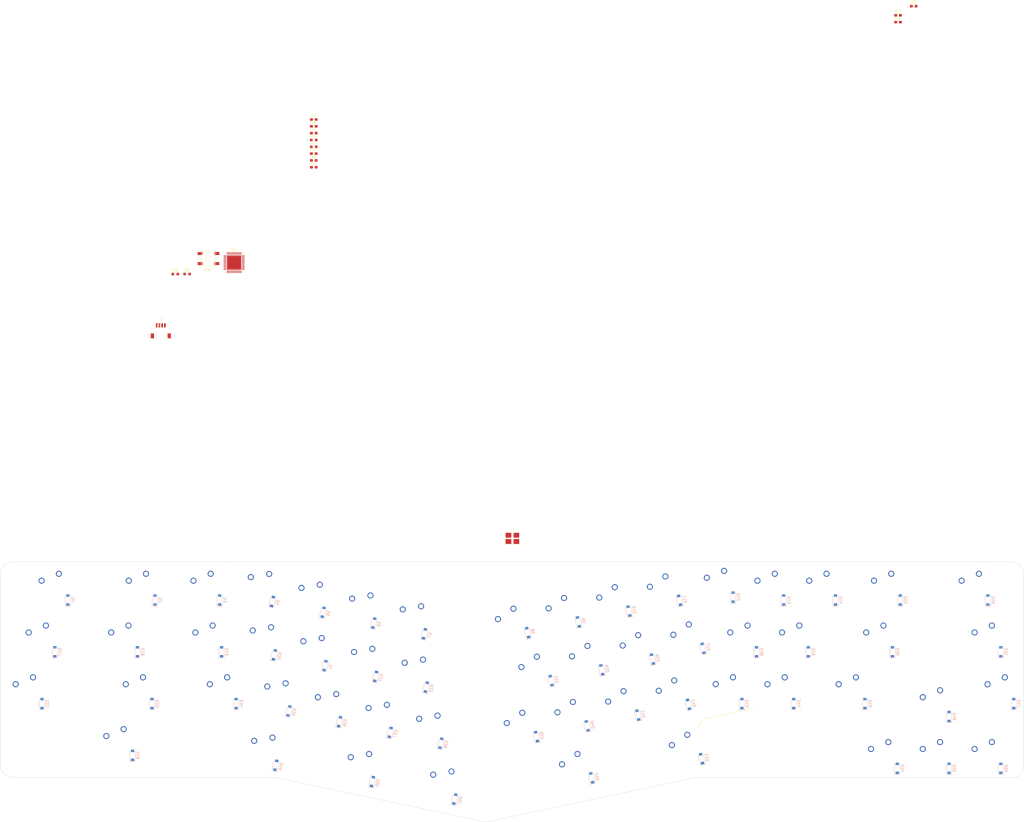
<source format=kicad_pcb>
(kicad_pcb (version 20211014) (generator pcbnew)
  (layers (0 "F.Cu" signal) (31 "B.Cu" signal) (34 "B.Paste" user) (35 "F.Paste" user) (36 "B.SilkS" user "B.Silkscreen") (37 "F.SilkS" user "F.Silkscreen") (38 "B.Mask" user) (39 "F.Mask" user) (44 "Edge.Cuts" user))
  (net 0 "")
  (net 1 "GND")
  (net 2 "Net-(C1-Pad2)")
  (net 3 "Net-(C3-Pad1)")
  (net 4 "+5V")
  (net 5 "/ROW-0")
  (net 6 "Net-(D1-Pad2)")
  (net 7 "Net-(D2-Pad2)")
  (net 8 "Net-(D3-Pad2)")
  (net 9 "Net-(D4-Pad2)")
  (net 10 "Net-(D5-Pad2)")
  (net 11 "Net-(D6-Pad2)")
  (net 12 "Net-(D7-Pad2)")
  (net 13 "Net-(D8-Pad2)")
  (net 14 "Net-(D9-Pad2)")
  (net 15 "Net-(D10-Pad2)")
  (net 16 "Net-(D11-Pad2)")
  (net 17 "Net-(D12-Pad2)")
  (net 18 "Net-(D13-Pad2)")
  (net 19 "Net-(D14-Pad2)")
  (net 20 "Net-(D15-Pad2)")
  (net 21 "Net-(D16-Pad2)")
  (net 22 "Net-(D17-Pad2)")
  (net 23 "/ROW-1")
  (net 24 "Net-(D18-Pad2)")
  (net 25 "Net-(D19-Pad2)")
  (net 26 "Net-(D20-Pad2)")
  (net 27 "Net-(D21-Pad2)")
  (net 28 "Net-(D22-Pad2)")
  (net 29 "Net-(D23-Pad2)")
  (net 30 "Net-(D24-Pad2)")
  (net 31 "Net-(D25-Pad2)")
  (net 32 "Net-(D26-Pad2)")
  (net 33 "Net-(D27-Pad2)")
  (net 34 "Net-(D28-Pad2)")
  (net 35 "Net-(D29-Pad2)")
  (net 36 "Net-(D30-Pad2)")
  (net 37 "Net-(D31-Pad2)")
  (net 38 "Net-(D32-Pad2)")
  (net 39 "Net-(D33-Pad2)")
  (net 40 "Net-(D34-Pad2)")
  (net 41 "/ROW-2")
  (net 42 "Net-(D35-Pad2)")
  (net 43 "Net-(D36-Pad2)")
  (net 44 "Net-(D37-Pad2)")
  (net 45 "Net-(D38-Pad2)")
  (net 46 "Net-(D39-Pad2)")
  (net 47 "Net-(D40-Pad2)")
  (net 48 "Net-(D41-Pad2)")
  (net 49 "Net-(D42-Pad2)")
  (net 50 "Net-(D43-Pad2)")
  (net 51 "Net-(D44-Pad2)")
  (net 52 "Net-(D45-Pad2)")
  (net 53 "Net-(D46-Pad2)")
  (net 54 "Net-(D47-Pad2)")
  (net 55 "Net-(D48-Pad2)")
  (net 56 "Net-(D49-Pad2)")
  (net 57 "Net-(D50-Pad2)")
  (net 58 "Net-(D51-Pad2)")
  (net 59 "/ROW-3")
  (net 60 "Net-(D52-Pad2)")
  (net 61 "Net-(D53-Pad2)")
  (net 62 "Net-(D54-Pad2)")
  (net 63 "Net-(D55-Pad2)")
  (net 64 "Net-(D56-Pad2)")
  (net 65 "/D-")
  (net 66 "/D+")
  (net 67 "/COL-0")
  (net 68 "/COL-1")
  (net 69 "/COL-2")
  (net 70 "/COL-3")
  (net 71 "/COL-4")
  (net 72 "/COL-5")
  (net 73 "/COL-6")
  (net 74 "/COL-7")
  (net 75 "/COL-8")
  (net 76 "/COL-9")
  (net 77 "/COL-10")
  (net 78 "/COL-11")
  (net 79 "/COL-12")
  (net 80 "/COL-13")
  (net 81 "/COL-14")
  (net 82 "/COL-15")
  (net 83 "Net-(R1-Pad2)")
  (net 84 "Net-(R2-Pad2)")
  (net 85 "Net-(R3-Pad2)")
  (net 86 "Net-(R4-Pad2)")
  (footprint "MX_Only:MXOnly-2.25U-ReversedStabilizers-NoLED" (layer "F.Cu") (at 344.213712 112.589282)
    (fp_text reference "MX30")
    (fp_text value "MX-NoLED")
    (pad "" np_thru_hole circle locked (at -5.08 0 48.0996) (size 1.75 1.75) (drill 1.75) (layers *.Cu *.Mask))
    (pad "" np_thru_hole circle locked (at 5.08 0 48.0996) (size 1.75 1.75) (drill 1.75) (layers *.Cu *.Mask))
    (pad "" np_thru_hole circle locked (at -11.90625 6.985) (size 3.048 3.048) (drill 3.048) (layers *.Cu *.Mask))
    (pad "" np_thru_hole circle locked (at 11.90625 -8.255) (size 3.9878 3.9878) (drill 3.9878) (layers *.Cu *.Mask))
    (pad "" np_thru_hole circle locked (at 11.90625 6.985) (size 3.048 3.048) (drill 3.048) (layers *.Cu *.Mask))
    (pad "" np_thru_hole circle locked (at -11.90625 -8.255) (size 3.9878 3.9878) (drill 3.9878) (layers *.Cu *.Mask))
    (pad "" np_thru_hole circle locked (at 0 0) (size 3.9878 3.9878) (drill 3.9878) (layers *.Cu *.Mask))
    (pad "1" thru_hole circle locked (at -3.81 -2.54) (size 2.25 2.25) (drill 1.47) (layers *.Cu "B.Mask") (net 80 "/COL-13"))
    (pad "2" thru_hole circle locked (at 2.54 -5.08) (size 2.25 2.25) (drill 1.47) (layers *.Cu "B.Mask") (net 36 "Net-(D30-Pad2)"))
  )
  (footprint "MX_Only:MXOnly-1U-NoLED" (layer "F.Cu") (at 307.897462 131.639282)
    (fp_text reference "MX44")
    (fp_text value "MX-NoLED")
    (pad "" np_thru_hole circle locked (at 5.08 0 48.0996) (size 1.75 1.75) (drill 1.75) (layers *.Cu *.Mask))
    (pad "" np_thru_hole circle locked (at 0 0) (size 3.9878 3.9878) (drill 3.9878) (layers *.Cu *.Mask))
    (pad "" np_thru_hole circle locked (at -5.08 0 48.0996) (size 1.75 1.75) (drill 1.75) (layers *.Cu *.Mask))
    (pad "1" thru_hole circle locked (at -3.81 -2.54) (size 2.25 2.25) (drill 1.47) (layers *.Cu "B.Mask") (net 79 "/COL-12"))
    (pad "2" thru_hole circle locked (at 2.54 -5.08) (size 2.25 2.25) (drill 1.47) (layers *.Cu "B.Mask") (net 51 "Net-(D44-Pad2)"))
  )
  (footprint "MX_Only:MXOnly-1U-NoLED" (layer "F.Cu") (at 384.097462 112.589282)
    (fp_text reference "MX31")
    (fp_text value "MX-NoLED")
    (pad "" np_thru_hole circle locked (at 5.08 0 48.0996) (size 1.75 1.75) (drill 1.75) (layers *.Cu *.Mask))
    (pad "" np_thru_hole circle locked (at -5.08 0 48.0996) (size 1.75 1.75) (drill 1.75) (layers *.Cu *.Mask))
    (pad "" np_thru_hole circle locked (at 0 0) (size 3.9878 3.9878) (drill 3.9878) (layers *.Cu *.Mask))
    (pad "1" thru_hole circle locked (at -3.81 -2.54) (size 2.25 2.25) (drill 1.47) (layers *.Cu "B.Mask") (net 82 "/COL-15"))
    (pad "2" thru_hole circle locked (at 2.54 -5.08) (size 2.25 2.25) (drill 1.47) (layers *.Cu "B.Mask") (net 37 "Net-(D31-Pad2)"))
  )
  (footprint "MX_Only:MXOnly-1U-NoLED" (layer "F.Cu") (at 365.047462 136.401782)
    (fp_text reference "MX46")
    (fp_text value "MX-NoLED")
    (pad "" np_thru_hole circle locked (at 5.08 0 48.0996) (size 1.75 1.75) (drill 1.75) (layers *.Cu *.Mask))
    (pad "" np_thru_hole circle locked (at 0 0) (size 3.9878 3.9878) (drill 3.9878) (layers *.Cu *.Mask))
    (pad "" np_thru_hole circle locked (at -5.08 0 48.0996) (size 1.75 1.75) (drill 1.75) (layers *.Cu *.Mask))
    (pad "1" thru_hole circle locked (at -3.81 -2.54) (size 2.25 2.25) (drill 1.47) (layers *.Cu "B.Mask") (net 81 "/COL-14"))
    (pad "2" thru_hole circle locked (at 2.54 -5.08) (size 2.25 2.25) (drill 1.47) (layers *.Cu "B.Mask") (net 53 "Net-(D46-Pad2)"))
  )
  (footprint "MX_Only:MXOnly-1.5U-NoLED" (layer "F.Cu") (at 72.897462 93.539282)
    (fp_text reference "MX2")
    (fp_text value "MX-NoLED")
    (pad "" np_thru_hole circle locked (at 0 0) (size 3.9878 3.9878) (drill 3.9878) (layers *.Cu *.Mask))
    (pad "" np_thru_hole circle locked (at -5.08 0 48.0996) (size 1.75 1.75) (drill 1.75) (layers *.Cu *.Mask))
    (pad "" np_thru_hole circle locked (at 5.08 0 48.0996) (size 1.75 1.75) (drill 1.75) (layers *.Cu *.Mask))
    (pad "1" thru_hole circle locked (at -3.81 -2.54) (size 2.25 2.25) (drill 1.47) (layers *.Cu "B.Mask") (net 68 "/COL-1"))
    (pad "2" thru_hole circle locked (at 2.54 -5.08) (size 2.25 2.25) (drill 1.47) (layers *.Cu "B.Mask") (net 7 "Net-(D2-Pad2)"))
  )
  (footprint "MX_Only:MXOnly-1U-NoLED" (layer "F.Cu") (at 40.851212 93.539282)
    (fp_text reference "MX1")
    (fp_text value "MX-NoLED")
    (pad "" np_thru_hole circle locked (at 0 0) (size 3.9878 3.9878) (drill 3.9878) (layers *.Cu *.Mask))
    (pad "" np_thru_hole circle locked (at -5.08 0 48.0996) (size 1.75 1.75) (drill 1.75) (layers *.Cu *.Mask))
    (pad "" np_thru_hole circle locked (at 5.08 0 48.0996) (size 1.75 1.75) (drill 1.75) (layers *.Cu *.Mask))
    (pad "1" thru_hole circle locked (at -3.81 -2.54) (size 2.25 2.25) (drill 1.47) (layers *.Cu "B.Mask") (net 67 "/COL-0"))
    (pad "2" thru_hole circle locked (at 2.54 -5.08) (size 2.25 2.25) (drill 1.47) (layers *.Cu "B.Mask") (net 6 "Net-(D1-Pad2)"))
  )
  (footprint "MX_Only:MXOnly-1U-NoLED" (layer "F.Cu") (at 365.047462 155.451782)
    (fp_text reference "MX55")
    (fp_text value "MX-NoLED")
    (pad "" np_thru_hole circle locked (at -5.08 0 48.0996) (size 1.75 1.75) (drill 1.75) (layers *.Cu *.Mask))
    (pad "" np_thru_hole circle locked (at 5.08 0 48.0996) (size 1.75 1.75) (drill 1.75) (layers *.Cu *.Mask))
    (pad "" np_thru_hole circle locked (at 0 0) (size 3.9878 3.9878) (drill 3.9878) (layers *.Cu *.Mask))
    (pad "1" thru_hole circle locked (at -3.81 -2.54) (size 2.25 2.25) (drill 1.47) (layers *.Cu "B.Mask") (net 81 "/COL-14"))
    (pad "2" thru_hole circle locked (at 2.54 -5.08) (size 2.25 2.25) (drill 1.47) (layers *.Cu "B.Mask") (net 63 "Net-(D55-Pad2)"))
  )
  (footprint "MX_Only:MXOnly-1U-NoLED" (layer "F.Cu") (at 304.217462 93.539282)
    (fp_text reference "MX13")
    (fp_text value "MX-NoLED")
    (pad "" np_thru_hole circle locked (at -5.08 0 48.0996) (size 1.75 1.75) (drill 1.75) (layers *.Cu *.Mask))
    (pad "" np_thru_hole circle locked (at 0 0) (size 3.9878 3.9878) (drill 3.9878) (layers *.Cu *.Mask))
    (pad "" np_thru_hole circle locked (at 5.08 0 48.0996) (size 1.75 1.75) (drill 1.75) (layers *.Cu *.Mask))
    (pad "1" thru_hole circle locked (at -3.81 -2.54) (size 2.25 2.25) (drill 1.47) (layers *.Cu "B.Mask") (net 79 "/COL-12"))
    (pad "2" thru_hole circle locked (at 2.54 -5.08) (size 2.25 2.25) (drill 1.47) (layers *.Cu "B.Mask") (net 18 "Net-(D13-Pad2)"))
  )
  (footprint "MX_Only:MXOnly-1U-NoLED" (layer "F.Cu") (at 379.334962 93.539282)
    (fp_text reference "MX16")
    (fp_text value "MX-NoLED")
    (pad "" np_thru_hole circle locked (at 0 0) (size 3.9878 3.9878) (drill 3.9878) (layers *.Cu *.Mask))
    (pad "" np_thru_hole circle locked (at 5.08 0 48.0996) (size 1.75 1.75) (drill 1.75) (layers *.Cu *.Mask))
    (pad "" np_thru_hole circle locked (at -5.08 0 48.0996) (size 1.75 1.75) (drill 1.75) (layers *.Cu *.Mask))
    (pad "1" thru_hole circle locked (at -3.81 -2.54) (size 2.25 2.25) (drill 1.47) (layers *.Cu "B.Mask") (net 82 "/COL-15"))
    (pad "2" thru_hole circle locked (at 2.54 -5.08) (size 2.25 2.25) (drill 1.47) (layers *.Cu "B.Mask") (net 21 "Net-(D16-Pad2)"))
  )
  (footprint "Resistor_SMD:R_0603_1608Metric_Pad0.98x0.95mm_HandSolder" (layer "F.Cu") (at 86.212462 -21.805718)
    (fp_text reference "R3" (at 0 -1.43) (layer "F.SilkS"))
    (fp_text value "22k")
    (pad "1" smd roundrect (at -0.9125 0) (size 0.975 0.95) (layers "F.Cu" "F.Paste" "F.Mask") (net 65 "/D-"))
    (pad "2" smd roundrect (at 0.9125 0) (size 0.975 0.95) (layers "F.Cu" "F.Paste" "F.Mask") (net 85 "Net-(R3-Pad2)"))
  )
  (footprint "MX_Only:MXOnly-1U-NoLED" (layer "F.Cu") (at 123.257462 133.199282 -12)
    (fp_text reference "MX35")
    (fp_text value "MX-NoLED")
    (pad "" np_thru_hole circle locked (at 5.08 0 36.0996) (size 1.75 1.75) (drill 1.75) (layers *.Cu *.Mask))
    (pad "" np_thru_hole circle locked (at -5.08 0 36.0996) (size 1.75 1.75) (drill 1.75) (layers *.Cu *.Mask))
    (pad "" np_thru_hole circle locked (at 0 0 348) (size 3.9878 3.9878) (drill 3.9878) (layers *.Cu *.Mask))
    (pad "1" thru_hole circle locked (at -3.81 -2.54 348) (size 2.25 2.25) (drill 1.47) (layers *.Cu "B.Mask") (net 70 "/COL-3"))
    (pad "2" thru_hole circle locked (at 2.54 -5.08 348) (size 2.25 2.25) (drill 1.47) (layers *.Cu "B.Mask") (net 42 "Net-(D35-Pad2)"))
  )
  (footprint "MX_Only:MXOnly-1U-NoLED" (layer "F.Cu") (at 135.841174 96.92 -12)
    (fp_text reference "MX5")
    (fp_text value "MX-NoLED")
    (pad "" np_thru_hole circle locked (at 0 0 348) (size 3.9878 3.9878) (drill 3.9878) (layers *.Cu *.Mask))
    (pad "" np_thru_hole circle locked (at 5.08 0 36.0996) (size 1.75 1.75) (drill 1.75) (layers *.Cu *.Mask))
    (pad "" np_thru_hole circle locked (at -5.08 0 36.0996) (size 1.75 1.75) (drill 1.75) (layers *.Cu *.Mask))
    (pad "1" thru_hole circle locked (at -3.81 -2.54 348) (size 2.25 2.25) (drill 1.47) (layers *.Cu "B.Mask") (net 71 "/COL-4"))
    (pad "2" thru_hole circle locked (at 2.54 -5.08 348) (size 2.25 2.25) (drill 1.47) (layers *.Cu "B.Mask") (net 10 "Net-(D5-Pad2)"))
  )
  (footprint "Capacitor_SMD:C_0603_1608Metric_Pad1.08x0.95mm_HandSolder" (layer "F.Cu") (at 137.16 -78.68)
    (fp_text reference "C4" (at 0 -1.43) (layer "F.SilkS"))
    (fp_text value "0.1uF")
    (pad "1" smd roundrect (at -0.8625 0) (size 1.075 0.95) (layers "F.Cu" "F.Paste" "F.Mask") (net 4 "+5V"))
    (pad "2" smd roundrect (at 0.8625 0) (size 1.075 0.95) (layers "F.Cu" "F.Paste" "F.Mask") (net 1 "GND"))
  )
  (footprint "MX_Only:MXOnly-1U-NoLED" (layer "F.Cu") (at 117.907462 112.589282 -12)
    (fp_text reference "MX20")
    (fp_text value "MX-NoLED")
    (pad "" np_thru_hole circle locked (at 5.08 0 36.0996) (size 1.75 1.75) (drill 1.75) (layers *.Cu *.Mask))
    (pad "" np_thru_hole circle locked (at 0 0 348) (size 3.9878 3.9878) (drill 3.9878) (layers *.Cu *.Mask))
    (pad "" np_thru_hole circle locked (at -5.08 0 36.0996) (size 1.75 1.75) (drill 1.75) (layers *.Cu *.Mask))
    (pad "1" thru_hole circle locked (at -3.81 -2.54 348) (size 2.25 2.25) (drill 1.47) (layers *.Cu "B.Mask") (net 70 "/COL-3"))
    (pad "2" thru_hole circle locked (at 2.54 -5.08 348) (size 2.25 2.25) (drill 1.47) (layers *.Cu "B.Mask") (net 26 "Net-(D20-Pad2)"))
  )
  (footprint "MX_Only:MXOnly-1U-NoLED" (layer "F.Cu") (at 384.097462 155.451782)
    (fp_text reference "MX56")
    (fp_text value "MX-NoLED")
    (pad "" np_thru_hole circle locked (at 0 0) (size 3.9878 3.9878) (drill 3.9878) (layers *.Cu *.Mask))
    (pad "" np_thru_hole circle locked (at -5.08 0 48.0996) (size 1.75 1.75) (drill 1.75) (layers *.Cu *.Mask))
    (pad "" np_thru_hole circle locked (at 5.08 0 48.0996) (size 1.75 1.75) (drill 1.75) (layers *.Cu *.Mask))
    (pad "1" thru_hole circle locked (at -3.81 -2.54) (size 2.25 2.25) (drill 1.47) (layers *.Cu "B.Mask") (net 82 "/COL-15"))
    (pad "2" thru_hole circle locked (at 2.54 -5.08) (size 2.25 2.25) (drill 1.47) (layers *.Cu "B.Mask") (net 64 "Net-(D56-Pad2)"))
  )
  (footprint "MX_Only:MXOnly-1U-NoLED" (layer "F.Cu") (at 209.186327 106.821435 12)
    (fp_text reference "MX8")
    (fp_text value "MX-NoLED")
    (pad "" np_thru_hole circle locked (at -5.08 0 60.0996) (size 1.75 1.75) (drill 1.75) (layers *.Cu *.Mask))
    (pad "" np_thru_hole circle locked (at 0 0 12) (size 3.9878 3.9878) (drill 3.9878) (layers *.Cu *.Mask))
    (pad "" np_thru_hole circle locked (at 5.08 0 60.0996) (size 1.75 1.75) (drill 1.75) (layers *.Cu *.Mask))
    (pad "1" thru_hole circle locked (at -3.81 -2.54 12) (size 2.25 2.25) (drill 1.47) (layers *.Cu "B.Mask") (net 74 "/COL-7"))
    (pad "2" thru_hole circle locked (at 2.54 -5.08 12) (size 2.25 2.25) (drill 1.47) (layers *.Cu "B.Mask") (net 13 "Net-(D8-Pad2)"))
  )
  (footprint "acheron_Connectors:SM04B-SRSS-TB(LF)(SN)" (layer "F.Cu") (at 80.884962 -2.166968)
    (fp_text reference "J1" (at 0 -3) (layer "F.SilkS"))
    (fp_text value "Conn_01x04_Female")
    (pad "1" smd rect locked (at -1.5 -0.775) (size 0.6 1.55) (layers "F.Cu" "F.Paste" "F.Mask") (net 4 "+5V"))
    (pad "2" smd rect locked (at -0.5 -0.775) (size 0.6 1.55) (layers "F.Cu" "F.Paste" "F.Mask") (net 65 "/D-"))
    (pad "3" smd rect locked (at 0.5 -0.775) (size 0.6 1.55) (layers "F.Cu" "F.Paste" "F.Mask") (net 66 "/D+"))
    (pad "4" smd rect locked (at 1.5 -0.775) (size 0.6 1.55) (layers "F.Cu" "F.Paste" "F.Mask") (net 1 "GND"))
    (pad "5" smd rect locked (at -3.1 3.1) (size 1.2 1.8) (layers "F.Cu" "F.Paste" "F.Mask") (net 1 "GND"))
    (pad "6" smd rect locked (at 3.1 3.1) (size 1.2 1.8) (layers "F.Cu" "F.Paste" "F.Mask") (net 1 "GND"))
  )
  (footprint "MX_Only:MXOnly-1U-NoLED" (layer "F.Cu") (at 268.347462 133.199282 12)
    (fp_text reference "MX42")
    (fp_text value "MX-NoLED")
    (pad "" np_thru_hole circle locked (at 5.08 0 60.0996) (size 1.75 1.75) (drill 1.75) (layers *.Cu *.Mask))
    (pad "" np_thru_hole circle locked (at -5.08 0 60.0996) (size 1.75 1.75) (drill 1.75) (layers *.Cu *.Mask))
    (pad "" np_thru_hole circle locked (at 0 0 12) (size 3.9878 3.9878) (drill 3.9878) (layers *.Cu *.Mask))
    (pad "1" thru_hole circle locked (at -3.81 -2.54 12) (size 2.25 2.25) (drill 1.47) (layers *.Cu "B.Mask") (net 77 "/COL-10"))
    (pad "2" thru_hole circle locked (at 2.54 -5.08 12) (size 2.25 2.25) (drill 1.47) (layers *.Cu "B.Mask") (net 49 "Net-(D42-Pad2)"))
  )
  (footprint "MX_Only:MXOnly-1U-NoLED" (layer "F.Cu") (at 231.080038 141.120717 12)
    (fp_text reference "MX40")
    (fp_text value "MX-NoLED")
    (pad "" np_thru_hole circle locked (at 5.08 0 60.0996) (size 1.75 1.75) (drill 1.75) (layers *.Cu *.Mask))
    (pad "" np_thru_hole circle locked (at 0 0 12) (size 3.9878 3.9878) (drill 3.9878) (layers *.Cu *.Mask))
    (pad "" np_thru_hole circle locked (at -5.08 0 60.0996) (size 1.75 1.75) (drill 1.75) (layers *.Cu *.Mask))
    (pad "1" thru_hole circle locked (at -3.81 -2.54 12) (size 2.25 2.25) (drill 1.47) (layers *.Cu "B.Mask") (net 75 "/COL-8"))
    (pad "2" thru_hole circle locked (at 2.54 -5.08 12) (size 2.25 2.25) (drill 1.47) (layers *.Cu "B.Mask") (net 47 "Net-(D40-Pad2)"))
  )
  (footprint "MX_Only:MXOnly-1.5U-NoLED" (layer "F.Cu") (at 64.667462 150.689282)
    (fp_text reference "MX48")
    (fp_text value "MX-NoLED")
    (pad "" np_thru_hole circle locked (at 0 0) (size 3.9878 3.9878) (drill 3.9878) (layers *.Cu *.Mask))
    (pad "" np_thru_hole circle locked (at 5.08 0 48.0996) (size 1.75 1.75) (drill 1.75) (layers *.Cu *.Mask))
    (pad "" np_thru_hole circle locked (at -5.08 0 48.0996) (size 1.75 1.75) (drill 1.75) (layers *.Cu *.Mask))
    (pad "1" thru_hole circle locked (at -3.81 -2.54) (size 2.25 2.25) (drill 1.47) (layers *.Cu "B.Mask") (net 68 "/COL-1"))
    (pad "2" thru_hole circle locked (at 2.54 -5.08) (size 2.25 2.25) (drill 1.47) (layers *.Cu "B.Mask") (net 55 "Net-(D48-Pad2)"))
  )
  (footprint "MX_Only:MXOnly-1U-NoLED" (layer "F.Cu") (at 273.707462 112.589282 12)
    (fp_text reference "MX27")
    (fp_text value "MX-NoLED")
    (pad "" np_thru_hole circle locked (at 5.08 0 60.0996) (size 1.75 1.75) (drill 1.75) (layers *.Cu *.Mask))
    (pad "" np_thru_hole circle locked (at 0 0 12) (size 3.9878 3.9878) (drill 3.9878) (layers *.Cu *.Mask))
    (pad "" np_thru_hole circle locked (at -5.08 0 60.0996) (size 1.75 1.75) (drill 1.75) (layers *.Cu *.Mask))
    (pad "1" thru_hole circle locked (at -3.81 -2.54 12) (size 2.25 2.25) (drill 1.47) (layers *.Cu "B.Mask") (net 77 "/COL-10"))
    (pad "2" thru_hole circle locked (at 2.54 -5.08 12) (size 2.25 2.25) (drill 1.47) (layers *.Cu "B.Mask") (net 33 "Net-(D27-Pad2)"))
  )
  (footprint "MX_Only:MXOnly-1U-NoLED" (layer "F.Cu") (at 31.326212 131.639282)
    (fp_text reference "MX32")
    (fp_text value "MX-NoLED")
    (pad "" np_thru_hole circle locked (at -5.08 0 48.0996) (size 1.75 1.75) (drill 1.75) (layers *.Cu *.Mask))
    (pad "" np_thru_hole circle locked (at 0 0) (size 3.9878 3.9878) (drill 3.9878) (layers *.Cu *.Mask))
    (pad "" np_thru_hole circle locked (at 5.08 0 48.0996) (size 1.75 1.75) (drill 1.75) (layers *.Cu *.Mask))
    (pad "1" thru_hole circle locked (at -3.81 -2.54) (size 2.25 2.25) (drill 1.47) (layers *.Cu "B.Mask") (net 67 "/COL-0"))
    (pad "2" thru_hole circle locked (at 2.54 -5.08) (size 2.25 2.25) (drill 1.47) (layers *.Cu "B.Mask") (net 38 "Net-(D32-Pad2)"))
  )
  (footprint "Capacitor_SMD:C_0603_1608Metric_Pad1.08x0.95mm_HandSolder" (layer "F.Cu") (at 137.16 -63.62)
    (fp_text reference "C8" (at 0 -1.43) (layer "F.SilkS"))
    (fp_text value "0.1uF")
    (pad "1" smd roundrect (at -0.8625 0) (size 1.075 0.95) (layers "F.Cu" "F.Paste" "F.Mask") (net 4 "+5V"))
    (pad "2" smd roundrect (at 0.8625 0) (size 1.075 0.95) (layers "F.Cu" "F.Paste" "F.Mask") (net 1 "GND"))
  )
  (footprint "MX_Only:MXOnly-1U-NoLED" (layer "F.Cu") (at 36.088712 112.589282)
    (fp_text reference "MX17")
    (fp_text value "MX-NoLED")
    (pad "" np_thru_hole circle locked (at 5.08 0 48.0996) (size 1.75 1.75) (drill 1.75) (layers *.Cu *.Mask))
    (pad "" np_thru_hole circle locked (at -5.08 0 48.0996) (size 1.75 1.75) (drill 1.75) (layers *.Cu *.Mask))
    (pad "" np_thru_hole circle locked (at 0 0) (size 3.9878 3.9878) (drill 3.9878) (layers *.Cu *.Mask))
    (pad "1" thru_hole circle locked (at -3.81 -2.54) (size 2.25 2.25) (drill 1.47) (layers *.Cu "B.Mask") (net 67 "/COL-0"))
    (pad "2" thru_hole circle locked (at 2.54 -5.08) (size 2.25 2.25) (drill 1.47) (layers *.Cu "B.Mask") (net 22 "Net-(D17-Pad2)"))
  )
  (footprint "MX_Only:MXOnly-1U-NoLED" (layer "F.Cu") (at 227.820038 102.860717 12)
    (fp_text reference "MX9")
    (fp_text value "MX-NoLED")
    (pad "" np_thru_hole circle locked (at 5.08 0 60.0996) (size 1.75 1.75) (drill 1.75) (layers *.Cu *.Mask))
    (pad "" np_thru_hole circle locked (at -5.08 0 60.0996) (size 1.75 1.75) (drill 1.75) (layers *.Cu *.Mask))
    (pad "" np_thru_hole circle locked (at 0 0 12) (size 3.9878 3.9878) (drill 3.9878) (layers *.Cu *.Mask))
    (pad "1" thru_hole circle locked (at -3.81 -2.54 12) (size 2.25 2.25) (drill 1.47) (layers *.Cu "B.Mask") (net 75 "/COL-8"))
    (pad "2" thru_hole circle locked (at 2.54 -5.08 12) (size 2.25 2.25) (drill 1.47) (layers *.Cu "B.Mask") (net 14 "Net-(D9-Pad2)"))
  )
  (footprint "Capacitor_SMD:C_0603_1608Metric_Pad1.08x0.95mm_HandSolder" (layer "F.Cu") (at 137.16 -73.66)
    (fp_text reference "C1" (at 0 -1.43) (layer "F.SilkS"))
    (fp_text value "22pF")
    (pad "1" smd roundrect (at -0.8625 0) (size 1.075 0.95) (layers "F.Cu" "F.Paste" "F.Mask") (net 1 "GND"))
    (pad "2" smd roundrect (at 0.8625 0) (size 1.075 0.95) (layers "F.Cu" "F.Paste" "F.Mask") (net 2 "Net-(C1-Pad2)"))
  )
  (footprint "random-keyboard-parts:SKQG-1155865" (layer "F.Cu") (at 98.432462 -27.505718)
    (fp_text reference "SW1" (at 0 4.064) (layer "F.SilkS"))
    (fp_text value "SW_Push")
    (pad "1" smd rect locked (at 3.1 1.85) (size 1.8 1.1) (layers "F.Cu" "F.Paste" "F.Mask") (net 1 "GND"))
    (pad "2" smd rect locked (at -3.1 -1.85) (size 1.8 1.1) (layers "F.Cu" "F.Paste" "F.Mask") (net 83 "Net-(R1-Pad2)"))
    (pad "3" smd rect locked (at 3.1 -1.85) (size 1.8 1.1) (layers "F.Cu" "F.Paste" "F.Mask"))
    (pad "4" smd rect locked (at -3.1 1.85) (size 1.8 1.1) (layers "F.Cu" "F.Paste" "F.Mask"))
  )
  (footprint "MX_Only:MXOnly-1U-NoLED" (layer "F.Cu") (at 294.207462 112.589282)
    (fp_text reference "MX28")
    (fp_text value "MX-NoLED")
    (pad "" np_thru_hole circle locked (at 5.08 0 48.0996) (size 1.75 1.75) (drill 1.75) (layers *.Cu *.Mask))
    (pad "" np_thru_hole circle locked (at 0 0) (size 3.9878 3.9878) (drill 3.9878) (layers *.Cu *.Mask))
    (pad "" np_thru_hole circle locked (at -5.08 0 48.0996) (size 1.75 1.75) (drill 1.75) (layers *.Cu *.Mask))
    (pad "1" thru_hole circle locked (at -3.81 -2.54) (size 2.25 2.25) (drill 1.47) (layers *.Cu "B.Mask") (net 78 "/COL-11"))
    (pad "2" thru_hole circle locked (at 2.54 -5.08) (size 2.25 2.25) (drill 1.47) (layers *.Cu "B.Mask") (net 34 "Net-(D28-Pad2)"))
  )
  (footprint "MX_Only:MXOnly-1U-NoLED" (layer "F.Cu") (at 173.108597 104.841435 -12)
    (fp_text reference "MX7")
    (fp_text value "MX-NoLED")
    (pad "" np_thru_hole circle locked (at 5.08 0 36.0996) (size 1.75 1.75) (drill 1.75) (layers *.Cu *.Mask))
    (pad "" np_thru_hole circle locked (at -5.08 0 36.0996) (size 1.75 1.75) (drill 1.75) (layers *.Cu *.Mask))
    (pad "" np_thru_hole circle locked (at 0 0 348) (size 3.9878 3.9878) (drill 3.9878) (layers *.Cu *.Mask))
    (pad "1" thru_hole circle locked (at -3.81 -2.54 348) (size 2.25 2.25) (drill 1.47) (layers *.Cu "B.Mask") (net 73 "/COL-6"))
    (pad "2" thru_hole circle locked (at 2.54 -5.08 348) (size 2.25 2.25) (drill 1.47) (layers *.Cu "B.Mask") (net 12 "Net-(D7-Pad2)"))
  )
  (footprint "MX_Only:MXOnly-1U-NoLED" (layer "F.Cu") (at 288.847462 131.611782)
    (fp_text reference "MX43")
    (fp_text value "MX-NoLED")
    (pad "" np_thru_hole circle locked (at 5.08 0 48.0996) (size 1.75 1.75) (drill 1.75) (layers *.Cu *.Mask))
    (pad "" np_thru_hole circle locked (at -5.08 0 48.0996) (size 1.75 1.75) (drill 1.75) (layers *.Cu *.Mask))
    (pad "" np_thru_hole circle locked (at 0 0) (size 3.9878 3.9878) (drill 3.9878) (layers *.Cu *.Mask))
    (pad "1" thru_hole circle locked (at -3.81 -2.54) (size 2.25 2.25) (drill 1.47) (layers *.Cu "B.Mask") (net 78 "/COL-11"))
    (pad "2" thru_hole circle locked (at 2.54 -5.08) (size 2.25 2.25) (drill 1.47) (layers *.Cu "B.Mask") (net 50 "Net-(D43-Pad2)"))
  )
  (footprint "MX_Only:MXOnly-1U-NoLED" (layer "F.Cu") (at 246.45375 98.9 12)
    (fp_text reference "MX10")
    (fp_text value "MX-NoLED")
    (pad "" np_thru_hole circle locked (at 5.08 0 60.0996) (size 1.75 1.75) (drill 1.75) (layers *.Cu *.Mask))
    (pad "" np_thru_hole circle locked (at 0 0 12) (size 3.9878 3.9878) (drill 3.9878) (layers *.Cu *.Mask))
    (pad "" np_thru_hole circle locked (at -5.08 0 60.0996) (size 1.75 1.75) (drill 1.75) (layers *.Cu *.Mask))
    (pad "1" thru_hole circle locked (at -3.81 -2.54 12) (size 2.25 2.25) (drill 1.47) (layers *.Cu "B.Mask") (net 76 "/COL-9"))
    (pad "2" thru_hole circle locked (at 2.54 -5.08 12) (size 2.25 2.25) (drill 1.47) (layers *.Cu "B.Mask") (net 15 "Net-(D10-Pad2)"))
  )
  (footprint "Capacitor_SMD:C_0603_1608Metric_Pad1.08x0.95mm_HandSolder" (layer "F.Cu") (at 357.87 -120.36)
    (fp_text reference "C3" (at 0 -1.43) (layer "F.SilkS"))
    (fp_text value "1uF")
    (pad "1" smd roundrect (at -0.8625 0) (size 1.075 0.95) (layers "F.Cu" "F.Paste" "F.Mask") (net 3 "Net-(C3-Pad1)"))
    (pad "2" smd roundrect (at 0.8625 0) (size 1.075 0.95) (layers "F.Cu" "F.Paste" "F.Mask") (net 1 "GND"))
  )
  (footprint "MX_Only:MXOnly-1U-NoLED" (layer "F.Cu") (at 179.158597 145.089467 -12)
    (fp_text reference "MX38")
    (fp_text value "MX-NoLED")
    (pad "" np_thru_hole circle locked (at 0 0 348) (size 3.9878 3.9878) (drill 3.9878) (layers *.Cu *.Mask))
    (pad "" np_thru_hole circle locked (at -5.08 0 36.0996) (size 1.75 1.75) (drill 1.75) (layers *.Cu *.Mask))
    (pad "" np_thru_hole circle locked (at 5.08 0 36.0996) (size 1.75 1.75) (drill 1.75) (layers *.Cu *.Mask))
    (pad "1" thru_hole circle locked (at -3.81 -2.54 348) (size 2.25 2.25) (drill 1.47) (layers *.Cu "B.Mask") (net 73 "/COL-6"))
    (pad "2" thru_hole circle locked (at 2.54 -5.08 348) (size 2.25 2.25) (drill 1.47) (layers *.Cu "B.Mask") (net 45 "Net-(D38-Pad2)"))
  )
  (footprint "MX_Only:MXOnly-1U-NoLED" (layer "F.Cu") (at 102.757462 131.639282)
    (fp_text reference "MX34")
    (fp_text value "MX-NoLED")
    (pad "" np_thru_hole circle locked (at -5.08 0 48.0996) (size 1.75 1.75) (drill 1.75) (layers *.Cu *.Mask))
    (pad "" np_thru_hole circle locked (at 5.08 0 48.0996) (size 1.75 1.75) (drill 1.75) (layers *.Cu *.Mask))
    (pad "" np_thru_hole circle locked (at 0 0) (size 3.9878 3.9878) (drill 3.9878) (layers *.Cu *.Mask))
    (pad "1" thru_hole circle locked (at -3.81 -2.54) (size 2.25 2.25) (drill 1.47) (layers *.Cu "B.Mask") (net 69 "/COL-2"))
    (pad "2" thru_hole circle locked (at 2.54 -5.08) (size 2.25 2.25) (drill 1.47) (layers *.Cu "B.Mask") (net 40 "Net-(D34-Pad2)"))
  )
  (footprint "MX_Only:MXOnly-1U-NoLED" (layer "F.Cu") (at 323.267462 93.539282)
    (fp_text reference "MX14")
    (fp_text value "MX-NoLED")
    (pad "" np_thru_hole circle locked (at 0 0) (size 3.9878 3.9878) (drill 3.9878) (layers *.Cu *.Mask))
    (pad "" np_thru_hole circle locked (at -5.08 0 48.0996) (size 1.75 1.75) (drill 1.75) (layers *.Cu *.Mask))
    (pad "" np_thru_hole circle locked (at 5.08 0 48.0996) (size 1.75 1.75) (drill 1.75) (layers *.Cu *.Mask))
    (pad "1" thru_hole circle locked (at -3.81 -2.54) (size 2.25 2.25) (drill 1.47) (layers *.Cu "B.Mask") (net 80 "/COL-13"))
    (pad "2" thru_hole circle locked (at 2.54 -5.08) (size 2.25 2.25) (drill 1.47) (layers *.Cu "B.Mask") (net 19 "Net-(D14-Pad2)"))
  )
  (footprint "Crystal:Crystal_SMD_3225-4Pin_3.2x2.5mm_HandSoldering" (layer "F.Cu") (at 210.248535 75.431503)
    (fp_text reference "Y1" (at 0 -3.05) (layer "F.SilkS"))
    (fp_text value "Crystal_GND24_Small")
    (pad "1" smd rect (at -1.45 1.15) (size 2.1 1.8) (layers "F.Cu" "F.Paste" "F.Mask") (net 2 "Net-(C1-Pad2)"))
    (pad "2" smd rect (at 1.45 1.15) (size 2.1 1.8) (layers "F.Cu" "F.Paste" "F.Mask") (net 1 "GND"))
    (pad "3" smd rect (at 1.45 -1.15) (size 2.1 1.8) (layers "F.Cu" "F.Paste" "F.Mask") (net 1 "GND"))
    (pad "4" smd rect (at -1.45 -1.15) (size 2.1 1.8) (layers "F.Cu" "F.Paste" "F.Mask") (net 1 "GND"))
  )
  (footprint "MX_Only:MXOnly-1U-NoLED" (layer "F.Cu") (at 97.407462 112.589282)
    (fp_text reference "MX19")
    (fp_text value "MX-NoLED")
    (pad "" np_thru_hole circle locked (at 0 0) (size 3.9878 3.9878) (drill 3.9878) (layers *.Cu *.Mask))
    (pad "" np_thru_hole circle locked (at -5.08 0 48.0996) (size 1.75 1.75) (drill 1.75) (layers *.Cu *.Mask))
    (pad "" np_thru_hole circle locked (at 5.08 0 48.0996) (size 1.75 1.75) (drill 1.75) (layers *.Cu *.Mask))
    (pad "1" thru_hole circle locked (at -3.81 -2.54) (size 2.25 2.25) (drill 1.47) (layers *.Cu "B.Mask") (net 69 "/COL-2"))
    (pad "2" thru_hole circle locked (at 2.54 -5.08) (size 2.25 2.25) (drill 1.47) (layers *.Cu "B.Mask") (net 25 "Net-(D19-Pad2)"))
  )
  (footprint "Resistor_SMD:R_0603_1608Metric_Pad0.98x0.95mm_HandSolder" (layer "F.Cu") (at 137.16 -68.64)
    (fp_text reference "R1" (at 0 -1.43) (layer "F.SilkS"))
    (fp_text value "10k")
    (pad "1" smd roundrect (at -0.9125 0) (size 0.975 0.95) (layers "F.Cu" "F.Paste" "F.Mask") (net 4 "+5V"))
    (pad "2" smd roundrect (at 0.9125 0) (size 0.975 0.95) (layers "F.Cu" "F.Paste" "F.Mask") (net 83 "Net-(R1-Pad2)"))
  )
  (footprint "MX_Only:MXOnly-1.5U-NoLED" (layer "F.Cu") (at 273.157462 153.189282 12)
    (fp_text reference "MX53")
    (fp_text value "MX-NoLED")
    (pad "" np_thru_hole circle locked (at -5.08 0 60.0996) (size 1.75 1.75) (drill 1.75) (layers *.Cu *.Mask))
    (pad "" np_thru_hole circle locked (at 0 0 12) (size 3.9878 3.9878) (drill 3.9878) (layers *.Cu *.Mask))
    (pad "" np_thru_hole circle locked (at 5.08 0 60.0996) (size 1.75 1.75) (drill 1.75) (layers *.Cu *.Mask))
    (pad "1" thru_hole circle locked (at -3.81 -2.54 12) (size 2.25 2.25) (drill 1.47) (layers *.Cu "B.Mask") (net 77 "/COL-10"))
    (pad "2" thru_hole circle locked (at 2.54 -5.08 12) (size 2.25 2.25) (drill 1.47) (layers *.Cu "B.Mask") (net 61 "Net-(D53-Pad2)"))
  )
  (footprint "MX_Only:MXOnly-1.25U-NoLED" (layer "F.Cu") (at 66.447462 112.589282)
    (fp_text reference "MX18")
    (fp_text value "MX-NoLED")
    (pad "" np_thru_hole circle locked (at -5.08 0 48.0996) (size 1.75 1.75) (drill 1.75) (layers *.Cu *.Mask))
    (pad "" np_thru_hole circle locked (at 5.08 0 48.0996) (size 1.75 1.75) (drill 1.75) (layers *.Cu *.Mask))
    (pad "" np_thru_hole circle locked (at 0 0) (size 3.9878 3.9878) (drill 3.9878) (layers *.Cu *.Mask))
    (pad "1" thru_hole circle locked (at -3.81 -2.54) (size 2.25 2.25) (drill 1.47) (layers *.Cu "B.Mask") (net 68 "/COL-1"))
    (pad "2" thru_hole circle locked (at 2.54 -5.08) (size 2.25 2.25) (drill 1.47) (layers *.Cu "B.Mask") (net 24 "Net-(D18-Pad2)"))
  )
  (footprint "MX_Only:MXOnly-1U-NoLED" (layer "F.Cu") (at 265.087462 94.939282 12)
    (fp_text reference "MX11")
    (fp_text value "MX-NoLED")
    (pad "" np_thru_hole circle locked (at -5.08 0 60.0996) (size 1.75 1.75) (drill 1.75) (layers *.Cu *.Mask))
    (pad "" np_thru_hole circle locked (at 5.08 0 60.0996) (size 1.75 1.75) (drill 1.75) (layers *.Cu *.Mask))
    (pad "" np_thru_hole circle locked (at 0 0 12) (size 3.9878 3.9878) (drill 3.9878) (layers *.Cu *.Mask))
    (pad "1" thru_hole circle locked (at -3.81 -2.54 12) (size 2.25 2.25) (drill 1.47) (layers *.Cu "B.Mask") (net 77 "/COL-10"))
    (pad "2" thru_hole circle locked (at 2.54 -5.08 12) (size 2.25 2.25) (drill 1.47) (layers *.Cu "B.Mask") (net 16 "Net-(D11-Pad2)"))
  )
  (footprint "MX_Only:MXOnly-1.5U-NoLED" (layer "F.Cu") (at 118.447462 153.189282 -12)
    (fp_text reference "MX49")
    (fp_text value "MX-NoLED")
    (pad "" np_thru_hole circle locked (at -5.08 0 36.0996) (size 1.75 1.75) (drill 1.75) (layers *.Cu *.Mask))
    (pad "" np_thru_hole circle locked (at 5.08 0 36.0996) (size 1.75 1.75) (drill 1.75) (layers *.Cu *.Mask))
    (pad "" np_thru_hole circle locked (at 0 0 348) (size 3.9878 3.9878) (drill 3.9878) (layers *.Cu *.Mask))
    (pad "1" thru_hole circle locked (at -3.81 -2.54 348) (size 2.25 2.25) (drill 1.47) (layers *.Cu "B.Mask") (net 70 "/COL-3"))
    (pad "2" thru_hole circle locked (at 2.54 -5.08 348) (size 2.25 2.25) (drill 1.47) (layers *.Cu "B.Mask") (net 56 "Net-(D49-Pad2)"))
  )
  (footprint "MX_Only:MXOnly-2.75U-ReversedStabilizers-NoLED" (layer "F.Cu") (at 232.747462 160.249282 12)
    (fp_text reference "MX52")
    (fp_text value "MX-NoLED")
    (pad "" np_thru_hole circle locked (at -11.90625 6.985 12) (size 3.048 3.048) (drill 3.048) (layers *.Cu *.Mask))
    (pad "" np_thru_hole circle locked (at -11.90625 -8.255 12) (size 3.9878 3.9878) (drill 3.9878) (layers *.Cu *.Mask))
    (pad "" np_thru_hole circle locked (at 11.90625 -8.255 12) (size 3.9878 3.9878) (drill 3.9878) (layers *.Cu *.Mask))
    (pad "" np_thru_hole circle locked (at 5.08 0 60.0996) (size 1.75 1.75) (drill 1.75) (layers *.Cu *.Mask))
    (pad "" np_thru_hole circle locked (at 11.90625 6.985 12) (size 3.048 3.048) (drill 3.048) (layers *.Cu *.Mask))
    (pad "" np_thru_hole circle locked (at -5.08 0 60.0996) (size 1.75 1.75) (drill 1.75) (layers *.Cu *.Mask))
    (pad "" np_thru_hole circle locked (at 0 0 12) (size 3.9878 3.9878) (drill 3.9878) (layers *.Cu *.Mask))
    (pad "1" thru_hole circle locked (at -3.81 -2.54 12) (size 2.25 2.25) (drill 1.47) (layers *.Cu "B.Mask") (net 75 "/COL-8"))
    (pad "2" thru_hole circle locked (at 2.54 -5.08 12) (size 2.25 2.25) (drill 1.47) (layers *.Cu "B.Mask") (net 60 "Net-(D52-Pad2)"))
  )
  (footprint "MX_Only:MXOnly-1.75U-NoLED" (layer "F.Cu") (at 334.091212 131.639282)
    (fp_text reference "MX45")
    (fp_text value "MX-NoLED")
    (pad "" np_thru_hole circle locked (at -5.08 0 48.0996) (size 1.75 1.75) (drill 1.75) (layers *.Cu *.Mask))
    (pad "" np_thru_hole circle locked (at 5.08 0 48.0996) (size 1.75 1.75) (drill 1.75) (layers *.Cu *.Mask))
    (pad "" np_thru_hole circle locked (at 0 0) (size 3.9878 3.9878) (drill 3.9878) (layers *.Cu *.Mask))
    (pad "1" thru_hole circle locked (at -3.81 -2.54) (size 2.25 2.25) (drill 1.47) (layers *.Cu "B.Mask") (net 80 "/COL-13"))
    (pad "2" thru_hole circle locked (at 2.54 -5.08) (size 2.25 2.25) (drill 1.47) (layers *.Cu "B.Mask") (net 52 "Net-(D45-Pad2)"))
  )
  (footprint "MX_Only:MXOnly-1U-NoLED" (layer "F.Cu") (at 255.07375 116.55 12)
    (fp_text reference "MX26")
    (fp_text value "MX-NoLED")
    (pad "" np_thru_hole circle locked (at 0 0 12) (size 3.9878 3.9878) (drill 3.9878) (layers *.Cu *.Mask))
    (pad "" np_thru_hole circle locked (at 5.08 0 60.0996) (size 1.75 1.75) (drill 1.75) (layers *.Cu *.Mask))
    (pad "" np_thru_hole circle locked (at -5.08 0 60.0996) (size 1.75 1.75) (drill 1.75) (layers *.Cu *.Mask))
    (pad "1" thru_hole circle locked (at -3.81 -2.54 12) (size 2.25 2.25) (drill 1.47) (layers *.Cu "B.Mask") (net 76 "/COL-9"))
    (pad "2" thru_hole circle locked (at 2.54 -5.08 12) (size 2.25 2.25) (drill 1.47) (layers *.Cu "B.Mask") (net 32 "Net-(D26-Pad2)"))
  )
  (footprint "MX_Only:MXOnly-1U-NoLED" (layer "F.Cu") (at 217.806327 124.471435 12)
    (fp_text reference "MX24")
    (fp_text value "MX-NoLED")
    (pad "" np_thru_hole circle locked (at -5.08 0 60.0996) (size 1.75 1.75) (drill 1.75) (layers *.Cu *.Mask))
    (pad "" np_thru_hole circle locked (at 0 0 12) (size 3.9878 3.9878) (drill 3.9878) (layers *.Cu *.Mask))
    (pad "" np_thru_hole circle locked (at 5.08 0 60.0996) (size 1.75 1.75) (drill 1.75) (layers *.Cu *.Mask))
    (pad "1" thru_hole circle locked (at -3.81 -2.54 12) (size 2.25 2.25) (drill 1.47) (layers *.Cu "B.Mask") (net 74 "/COL-7"))
    (pad "2" thru_hole circle locked (at 2.54 -5.08 12) (size 2.25 2.25) (drill 1.47) (layers *.Cu "B.Mask") (net 30 "Net-(D24-Pad2)"))
  )
  (footprint "MX_Only:MXOnly-1U-NoLED" (layer "F.Cu") (at 155.174886 120.510717 -12)
    (fp_text reference "MX22")
    (fp_text value "MX-NoLED")
    (pad "" np_thru_hole circle locked (at 0 0 348) (size 3.9878 3.9878) (drill 3.9878) (layers *.Cu *.Mask))
    (pad "" np_thru_hole circle locked (at -5.08 0 36.0996) (size 1.75 1.75) (drill 1.75) (layers *.Cu *.Mask))
    (pad "" np_thru_hole circle locked (at 5.08 0 36.0996) (size 1.75 1.75) (drill 1.75) (layers *.Cu *.Mask))
    (pad "1" thru_hole circle locked (at -3.81 -2.54 348) (size 2.25 2.25) (drill 1.47) (layers *.Cu "B.Mask") (net 72 "/COL-5"))
    (pad "2" thru_hole circle locked (at 2.54 -5.08 348) (size 2.25 2.25) (drill 1.47) (layers *.Cu "B.Mask") (net 28 "Net-(D22-Pad2)"))
  )
  (footprint "Package_DFN_QFN:QFN-44-1EP_7x7mm_P0.5mm_EP5.2x5.2mm" (layer "F.Cu") (at 107.852462 -26.035718)
    (fp_text reference "U1" (at 0 -4.82) (layer "F.SilkS"))
    (fp_text value "ATmega32U4-M")
    (pad "1" smd roundrect (at -3.3375 -2.5) (size 1.075 0.25) (layers "F.Cu" "F.Paste" "F.Mask"))
    (pad "2" smd roundrect (at -3.3375 -2) (size 1.075 0.25) (layers "F.Cu" "F.Paste" "F.Mask") (net 4 "+5V"))
    (pad "3" smd roundrect (at -3.3375 -1.5) (size 1.075 0.25) (layers "F.Cu" "F.Paste" "F.Mask") (net 85 "Net-(R3-Pad2)"))
    (pad "4" smd roundrect (at -3.3375 -1) (size 1.075 0.25) (layers "F.Cu" "F.Paste" "F.Mask") (net 84 "Net-(R2-Pad2)"))
    (pad "5" smd roundrect (at -3.3375 -0.5) (size 1.075 0.25) (layers "F.Cu" "F.Paste" "F.Mask") (net 1 "GND"))
    (pad "6" smd roundrect (at -3.3375 0) (size 1.075 0.25) (layers "F.Cu" "F.Paste" "F.Mask") (net 3 "Net-(C3-Pad1)"))
    (pad "7" smd roundrect (at -3.3375 0.5) (size 1.075 0.25) (layers "F.Cu" "F.Paste" "F.Mask") (net 4 "+5V"))
    (pad "8" smd roundrect (at -3.3375 1) (size 1.075 0.25) (layers "F.Cu" "F.Paste" "F.Mask"))
    (pad "9" smd roundrect (at -3.3375 1.5) (size 1.075 0.25) (layers "F.Cu" "F.Paste" "F.Mask"))
    (pad "10" smd roundrect (at -3.3375 2) (size 1.075 0.25) (layers "F.Cu" "F.Paste" "F.Mask"))
    (pad "11" smd roundrect (at -3.3375 2.5) (size 1.075 0.25) (layers "F.Cu" "F.Paste" "F.Mask"))
    (pad "12" smd roundrect (at -2.5 3.3375) (size 0.25 1.075) (layers "F.Cu" "F.Paste" "F.Mask"))
    (pad "13" smd roundrect (at -2 3.3375) (size 0.25 1.075) (layers "F.Cu" "F.Paste" "F.Mask") (net 83 "Net-(R1-Pad2)"))
    (pad "14" smd roundrect (at -1.5 3.3375) (size 0.25 1.075) (layers "F.Cu" "F.Paste" "F.Mask") (net 4 "+5V"))
    (pad "15" smd roundrect (at -1 3.3375) (size 0.25 1.075) (layers "F.Cu" "F.Paste" "F.Mask") (net 1 "GND"))
    (pad "16" smd roundrect (at -0.5 3.3375) (size 0.25 1.075) (layers "F.Cu" "F.Paste" "F.Mask") (net 1 "GND"))
    (pad "17" smd roundrect (at 0 3.3375) (size 0.25 1.075) (layers "F.Cu" "F.Paste" "F.Mask") (net 2 "Net-(C1-Pad2)"))
    (pad "18" smd roundrect (at 0.5 3.3375) (size 0.25 1.075) (layers "F.Cu" "F.Paste" "F.Mask"))
    (pad "19" smd roundrect (at 1 3.3375) (size 0.25 1.075) (layers "F.Cu" "F.Paste" "F.Mask"))
    (pad "20" smd roundrect (at 1.5 3.3375) (size 0.25 1.075) (layers "F.Cu" "F.Paste" "F.Mask"))
    (pad "21" smd roundrect (at 2 3.3375) (size 0.25 1.075) (layers "F.Cu" "F.Paste" "F.Mask"))
    (pad "22" smd roundrect (at 2.5 3.3375) (size 0.25 1.075) (layers "F.Cu" "F.Paste" "F.Mask"))
    (pad "23" smd roundrect (at 3.3375 2.5) (size 1.075 0.25) (layers "F.Cu" "F.Paste" "F.Mask") (net 1 "GND"))
    (pad "24" smd roundrect (at 3.3375 2) (size 1.075 0.25) (layers "F.Cu" "F.Paste" "F.Mask") (net 4 "+5V"))
    (pad "25" smd roundrect (at 3.3375 1.5) (size 1.075 0.25) (layers "F.Cu" "F.Paste" "F.Mask"))
    (pad "26" smd roundrect (at 3.3375 1) (size 1.075 0.25) (layers "F.Cu" "F.Paste" "F.Mask"))
    (pad "27" smd roundrect (at 3.3375 0.5) (size 1.075 0.25) (layers "F.Cu" "F.Paste" "F.Mask"))
    (pad "28" smd roundrect (at 3.3375 0) (size 1.075 0.25) (layers "F.Cu" "F.Paste" "F.Mask"))
    (pad "29" smd roundrect (at 3.3375 -0.5) (size 1.075 0.25) (layers "F.Cu" "F.Paste" "F.Mask"))
    (pad "30" smd roundrect (at 3.3375 -1) (size 1.075 0.25) (layers "F.Cu" "F.Paste" "F.Mask"))
    (pad "31" smd roundrect (at 3.3375 -1.5) (size 1.075 0.25) (layers "F.Cu" "F.Paste" "F.Mask"))
    (pad "32" smd roundrect (at 3.3375 -2) (size 1.075 0.25) (layers "F.Cu" "F.Paste" "F.Mask"))
    (pad "33" smd roundrect (at 3.3375 -2.5) (size 1.075 0.25) (layers "F.Cu" "F.Paste" "F.Mask") (net 86 "Net-(R4-Pad2)"))
    (pad "34" smd roundrect (at 2.5 -3.3375) (size 0.25 1.075) (layers "F.Cu" "F.Paste" "F.Mask") (net 4 "+5V"))
    (pad "35" smd roundrect (at 2 -3.3375) (size 0.25 1.075) (layers "F.Cu" "F.Paste" "F.Mask") (net 1 "GND"))
    (pad "36" smd roundrect (at 1.5 -3.3375) (size 0.25 1.075) (layers "F.Cu" "F.Paste" "F.Mask"))
    (pad "37" smd roundrect (at 1 -3.3375) (size 0.25 1.075) (layers "F.Cu" "F.Paste" "F.Mask"))
    (pad "38" smd roundrect (at 0.5 -3.3375) (size 0.25 1.075) (layers "F.Cu" "F.Paste" "F.Mask"))
    (pad "39" smd roundrect (at 0 -3.3375) (size 0.25 1.075) (layers "F.Cu" "F.Paste" "F.Mask"))
    (pad "40" smd roundrect (at -0.5 -3.3375) (size 0.25 1.075) (layers "F.Cu" "F.Paste" "F.Mask"))
    (pad "41" smd roundrect (at -1 -3.3375) (size 0.25 1.075) (layers "F.Cu" "F.Paste" "F.Mask"))
    (pad "42" smd roundrect (at -1.5 -3.3375) (size 0.25 1.075) (layers "F.Cu" "F.Paste" "F.Mask"))
    (pad "43" smd roundrect (at -2 -3.3375) (size 0.25 1.075) (layers "F.Cu" "F.Paste" "F.Mask") (net 1 "GND"))
    (pad "44" smd roundrect (at -2.5 -3.3375) (size 0.25 1.075) (layers "F.Cu" "F.Paste" "F.Mask") (net 4 "+5V"))
    (pad "45" smd rect (at 0 0) (size 5.2 5.2) (layers "F.Cu" "F.Mask") (net 1 "GND"))
  )
  (footprint "MX_Only:MXOnly-1U-NoLED" (layer "F.Cu") (at 96.707462 93.539282)
    (fp_text reference "MX3")
    (fp_text value "MX-NoLED")
    (pad "" np_thru_hole circle locked (at 0 0) (size 3.9878 3.9878) (drill 3.9878) (layers *.Cu *.Mask))
    (pad "" np_thru_hole circle locked (at -5.08 0 48.0996) (size 1.75 1.75) (drill 1.75) (layers *.Cu *.Mask))
    (pad "" np_thru_hole circle locked (at 5.08 0 48.0996) (size 1.75 1.75) (drill 1.75) (layers *.Cu *.Mask))
    (pad "1" thru_hole circle locked (at -3.81 -2.54) (size 2.25 2.25) (drill 1.47) (layers *.Cu "B.Mask") (net 69 "/COL-2"))
    (pad "2" thru_hole circle locked (at 2.54 -5.08) (size 2.25 2.25) (drill 1.47) (layers *.Cu "B.Mask") (net 8 "Net-(D3-Pad2)"))
  )
  (footprint "MX_Only:MXOnly-2U-ReversedStabilizers-NoLED" (layer "F.Cu") (at 153.977462 159.209282 -12)
    (fp_text reference "MX50")
    (fp_text value "MX-NoLED")
    (pad "" np_thru_hole circle locked (at 5.08 0 36.0996) (size 1.75 1.75) (drill 1.75) (layers *.Cu *.Mask))
    (pad "" np_thru_hole circle locked (at 11.90625 6.985 348) (size 3.048 3.048) (drill 3.048) (layers *.Cu *.Mask))
    (pad "" np_thru_hole circle locked (at 11.90625 -8.255 348) (size 3.9878 3.9878) (drill 3.9878) (layers *.Cu *.Mask))
    (pad "" np_thru_hole circle locked (at -11.90625 -8.255 348) (size 3.9878 3.9878) (drill 3.9878) (layers *.Cu *.Mask))
    (pad "" np_thru_hole circle locked (at -5.08 0 36.0996) (size 1.75 1.75) (drill 1.75) (layers *.Cu *.Mask))
    (pad "" np_thru_hole circle locked (at -11.90625 6.985 348) (size 3.048 3.048) (drill 3.048) (layers *.Cu *.Mask))
    (pad "" np_thru_hole circle locked (at 0 0 348) (size 3.9878 3.9878) (drill 3.9878) (layers *.Cu *.Mask))
    (pad "1" thru_hole circle locked (at -3.81 -2.54 348) (size 2.25 2.25) (drill 1.47) (layers *.Cu "B.Mask") (net 72 "/COL-5"))
    (pad "2" thru_hole circle locked (at 2.54 -5.08 348) (size 2.25 2.25) (drill 1.47) (layers *.Cu "B.Mask") (net 57 "Net-(D50-Pad2)"))
  )
  (footprint "MX_Only:MXOnly-1U-NoLED" (layer "F.Cu") (at 160.524886 141.120717 -12)
    (fp_text reference "MX37")
    (fp_text value "MX-NoLED")
    (pad "" np_thru_hole circle locked (at 0 0 348) (size 3.9878 3.9878) (drill 3.9878) (layers *.Cu *.Mask))
    (pad "" np_thru_hole circle locked (at 5.08 0 36.0996) (size 1.75 1.75) (drill 1.75) (layers *.Cu *.Mask))
    (pad "" np_thru_hole circle locked (at -5.08 0 36.0996) (size 1.75 1.75) (drill 1.75) (layers *.Cu *.Mask))
    (pad "1" thru_hole circle locked (at -3.81 -2.54 348) (size 2.25 2.25) (drill 1.47) (layers *.Cu "B.Mask") (net 72 "/COL-5"))
    (pad "2" thru_hole circle locked (at 2.54 -5.08 348) (size 2.25 2.25) (drill 1.47) (layers *.Cu "B.Mask") (net 44 "Net-(D37-Pad2)"))
  )
  (footprint "Capacitor_SMD:C_0603_1608Metric_Pad1.08x0.95mm_HandSolder" (layer "F.Cu") (at 137.16 -66.13)
    (fp_text reference "C2" (at 0 -1.43) (layer "F.SilkS"))
    (fp_text value "22pF")
    (pad "1" smd roundrect (at -0.8625 0) (size 1.075 0.95) (layers "F.Cu" "F.Paste" "F.Mask") (net 1 "GND"))
    (pad "2" smd roundrect (at 0.8625 0) (size 1.075 0.95) (layers "F.Cu" "F.Paste" "F.Mask") (net 1 "GND"))
  )
  (footprint "MX_Only:MXOnly-1U-NoLED" (layer "F.Cu") (at 345.997462 155.451782)
    (fp_text reference "MX54")
    (fp_text value "MX-NoLED")
    (pad "" np_thru_hole circle locked (at 5.08 0 48.0996) (size 1.75 1.75) (drill 1.75) (layers *.Cu *.Mask))
    (pad "" np_thru_hole circle locked (at -5.08 0 48.0996) (size 1.75 1.75) (drill 1.75) (layers *.Cu *.Mask))
    (pad "" np_thru_hole circle locked (at 0 0) (size 3.9878 3.9878) (drill 3.9878) (layers *.Cu *.Mask))
    (pad "1" thru_hole circle locked (at -3.81 -2.54) (size 2.25 2.25) (drill 1.47) (layers *.Cu "B.Mask") (net 80 "/COL-13"))
    (pad "2" thru_hole circle locked (at 2.54 -5.08) (size 2.25 2.25) (drill 1.47) (layers *.Cu "B.Mask") (net 62 "Net-(D54-Pad2)"))
  )
  (footprint "MX_Only:MXOnly-2.25U-NoLED" (layer "F.Cu") (at 71.807462 131.639282)
    (fp_text reference "MX33")
    (fp_text value "MX-NoLED")
    (pad "" np_thru_hole circle locked (at 11.90625 8.255) (size 3.9878 3.9878) (drill 3.9878) (layers *.Cu *.Mask))
    (pad "" np_thru_hole circle locked (at 11.90625 -6.985) (size 3.048 3.048) (drill 3.048) (layers *.Cu *.Mask))
    (pad "" np_thru_hole circle locked (at -11.90625 8.255) (size 3.9878 3.9878) (drill 3.9878) (layers *.Cu *.Mask))
    (pad "" np_thru_hole circle locked (at 0 0) (size 3.9878 3.9878) (drill 3.9878) (layers *.Cu *.Mask))
    (pad "" np_thru_hole circle locked (at 5.08 0 48.0996) (size 1.75 1.75) (drill 1.75) (layers *.Cu *.Mask))
    (pad "" np_thru_hole circle locked (at -11.90625 -6.985) (size 3.048 3.048) (drill 3.048) (layers *.Cu *.Mask))
    (pad "" np_thru_hole circle locked (at -5.08 0 48.0996) (size 1.75 1.75) (drill 1.75) (layers *.Cu *.Mask))
    (pad "1" thru_hole circle locked (at -3.81 -2.54) (size 2.25 2.25) (drill 1.47) (layers *.Cu "B.Mask") (net 68 "/COL-1"))
    (pad "2" thru_hole circle locked (at 2.54 -5.08) (size 2.25 2.25) (drill 1.47) (layers *.Cu "B.Mask") (net 39 "Net-(D33-Pad2)"))
  )
  (footprint "MX_Only:MXOnly-1U-NoLED" (layer "F.Cu") (at 285.587462 92.479282)
    (fp_text reference "MX12")
    (fp_text value "MX-NoLED")
    (pad "" np_thru_hole circle locked (at 0 0) (size 3.9878 3.9878) (drill 3.9878) (layers *.Cu *.Mask))
    (pad "" np_thru_hole circle locked (at 5.08 0 48.0996) (size 1.75 1.75) (drill 1.75) (layers *.Cu *.Mask))
    (pad "" np_thru_hole circle locked (at -5.08 0 48.0996) (size 1.75 1.75) (drill 1.75) (layers *.Cu *.Mask))
    (pad "1" thru_hole circle locked (at -3.81 -2.54) (size 2.25 2.25) (drill 1.47) (layers *.Cu "B.Mask") (net 78 "/COL-11"))
    (pad "2" thru_hole circle locked (at 2.54 -5.08) (size 2.25 2.25) (drill 1.47) (layers *.Cu "B.Mask") (net 17 "Net-(D12-Pad2)"))
  )
  (footprint "MX_Only:MXOnly-1U-NoLED" (layer "F.Cu") (at 141.891174 137.16 -12)
    (fp_text reference "MX36")
    (fp_text value "MX-NoLED")
    (pad "" np_thru_hole circle locked (at 5.08 0 36.0996) (size 1.75 1.75) (drill 1.75) (layers *.Cu *.Mask))
    (pad "" np_thru_hole circle locked (at -5.08 0 36.0996) (size 1.75 1.75) (drill 1.75) (layers *.Cu *.Mask))
    (pad "" np_thru_hole circle locked (at 0 0 348) (size 3.9878 3.9878) (drill 3.9878) (layers *.Cu *.Mask))
    (pad "1" thru_hole circle locked (at -3.81 -2.54 348) (size 2.25 2.25) (drill 1.47) (layers *.Cu "B.Mask") (net 71 "/COL-4"))
    (pad "2" thru_hole circle locked (at 2.54 -5.08 348) (size 2.25 2.25) (drill 1.47) (layers *.Cu "B.Mask") (net 43 "Net-(D36-Pad2)"))
  )
  (footprint "Resistor_SMD:R_0603_1608Metric_Pad0.98x0.95mm_HandSolder" (layer "F.Cu") (at 90.562462 -21.805718)
    (fp_text reference "R2" (at 0 -1.43) (layer "F.SilkS"))
    (fp_text value "22k")
    (pad "1" smd roundrect (at -0.9125 0) (size 0.975 0.95) (layers "F.Cu" "F.Paste" "F.Mask") (net 66 "/D+"))
    (pad "2" smd roundrect (at 0.9125 0) (size 0.975 0.95) (layers "F.Cu" "F.Paste" "F.Mask") (net 84 "Net-(R2-Pad2)"))
  )
  (footprint "MX_Only:MXOnly-1U-NoLED" (layer "F.Cu") (at 388.859962 131.639282)
    (fp_text reference "MX47")
    (fp_text value "MX-NoLED")
    (pad "" np_thru_hole circle locked (at 5.08 0 48.0996) (size 1.75 1.75) (drill 1.75) (layers *.Cu *.Mask))
    (pad "" np_thru_hole circle locked (at 0 0) (size 3.9878 3.9878) (drill 3.9878) (layers *.Cu *.Mask))
    (pad "" np_thru_hole circle locked (at -5.08 0 48.0996) (size 1.75 1.75) (drill 1.75) (layers *.Cu *.Mask))
    (pad "1" thru_hole circle locked (at -3.81 -2.54) (size 2.25 2.25) (drill 1.47) (layers *.Cu "B.Mask") (net 82 "/COL-15"))
    (pad "2" thru_hole circle locked (at 2.54 -5.08) (size 2.25 2.25) (drill 1.47) (layers *.Cu "B.Mask") (net 54 "Net-(D47-Pad2)"))
  )
  (footprint "MX_Only:MXOnly-1U-NoLED" (layer "F.Cu") (at 184.297462 165.649282 -12)
    (fp_text reference "MX51")
    (fp_text value "MX-NoLED")
    (pad "" np_thru_hole circle locked (at 0 0 348) (size 3.9878 3.9878) (drill 3.9878) (layers *.Cu *.Mask))
    (pad "" np_thru_hole circle locked (at 5.08 0 36.0996) (size 1.75 1.75) (drill 1.75) (layers *.Cu *.Mask))
    (pad "" np_thru_hole circle locked (at -5.08 0 36.0996) (size 1.75 1.75) (drill 1.75) (layers *.Cu *.Mask))
    (pad "1" thru_hole circle locked (at -3.81 -2.54 348) (size 2.25 2.25) (drill 1.47) (layers *.Cu "B.Mask") (net 73 "/COL-6"))
    (pad "2" thru_hole circle locked (at 2.54 -5.08 348) (size 2.25 2.25) (drill 1.47) (layers *.Cu "B.Mask") (net 58 "Net-(D51-Pad2)"))
  )
  (footprint "Resistor_SMD:R_0603_1608Metric_Pad0.98x0.95mm_HandSolder" (layer "F.Cu") (at 137.16 -71.15)
    (fp_text reference "R4" (at 0 -1.43) (layer "F.SilkS"))
    (fp_text value "10k")
    (pad "1" smd roundrect (at -0.9125 0) (size 0.975 0.95) (layers "F.Cu" "F.Paste" "F.Mask") (net 4 "+5V"))
    (pad "2" smd roundrect (at 0.9125 0) (size 0.975 0.95) (layers "F.Cu" "F.Paste" "F.Mask") (net 86 "Net-(R4-Pad2)"))
  )
  (footprint "MX_Only:MXOnly-1U-NoLED" (layer "F.Cu") (at 154.474886 100.880717 -12)
    (fp_text reference "MX6")
    (fp_text value "MX-NoLED")
    (pad "" np_thru_hole circle locked (at 5.08 0 36.0996) (size 1.75 1.75) (drill 1.75) (layers *.Cu *.Mask))
    (pad "" np_thru_hole circle locked (at 0 0 348) (size 3.9878 3.9878) (drill 3.9878) (layers *.Cu *.Mask))
    (pad "" np_thru_hole circle locked (at -5.08 0 36.0996) (size 1.75 1.75) (drill 1.75) (layers *.Cu *.Mask))
    (pad "1" thru_hole circle locked (at -3.81 -2.54 348) (size 2.25 2.25) (drill 1.47) (layers *.Cu "B.Mask") (net 72 "/COL-5"))
    (pad "2" thru_hole circle locked (at 2.54 -5.08 348) (size 2.25 2.25) (drill 1.47) (layers *.Cu "B.Mask") (net 11 "Net-(D6-Pad2)"))
  )
  (footprint "MX_Only:MXOnly-1U-NoLED" (layer "F.Cu") (at 173.808597 124.471435 -12)
    (fp_text reference "MX23")
    (fp_text value "MX-NoLED")
    (pad "" np_thru_hole circle locked (at 5.08 0 36.0996) (size 1.75 1.75) (drill 1.75) (layers *.Cu *.Mask))
    (pad "" np_thru_hole circle locked (at 0 0 348) (size 3.9878 3.9878) (drill 3.9878) (layers *.Cu *.Mask))
    (pad "" np_thru_hole circle locked (at -5.08 0 36.0996) (size 1.75 1.75) (drill 1.75) (layers *.Cu *.Mask))
    (pad "1" thru_hole circle locked (at -3.81 -2.54 348) (size 2.25 2.25) (drill 1.47) (layers *.Cu "B.Mask") (net 73 "/COL-6"))
    (pad "2" thru_hole circle locked (at 2.54 -5.08 348) (size 2.25 2.25) (drill 1.47) (layers *.Cu "B.Mask") (net 29 "Net-(D23-Pad2)"))
  )
  (footprint "Capacitor_SMD:C_0603_1608Metric_Pad1.08x0.95mm_HandSolder" (layer "F.Cu") (at 352.12 -117.01)
    (fp_text reference "C7" (at 0 -1.43) (layer "F.SilkS"))
    (fp_text value "0.1uF")
    (pad "1" smd roundrect (at -0.8625 0) (size 1.075 0.95) (layers "F.Cu" "F.Paste" "F.Mask") (net 4 "+5V"))
    (pad "2" smd roundrect (at 0.8625 0) (size 1.075 0.95) (layers "F.Cu" "F.Paste" "F.Mask") (net 1 "GND"))
  )
  (footprint "Capacitor_SMD:C_0603_1608Metric_Pad1.08x0.95mm_HandSolder" (layer "F.Cu") (at 352.12 -114.5)
    (fp_text reference "C9" (at 0 -1.43) (layer "F.SilkS"))
    (fp_text value "10uF")
    (pad "1" smd roundrect (at -0.8625 0) (size 1.075 0.95) (layers "F.Cu" "F.Paste" "F.Mask") (net 4 "+5V"))
    (pad "2" smd roundrect (at 0.8625 0) (size 1.075 0.95) (layers "F.Cu" "F.Paste" "F.Mask") (net 1 "GND"))
  )
  (footprint "Capacitor_SMD:C_0603_1608Metric_Pad1.08x0.95mm_HandSolder" (layer "F.Cu") (at 137.16 -76.17)
    (fp_text reference "C6" (at 0 -1.43) (layer "F.SilkS"))
    (fp_text value "0.1uF")
    (pad "1" smd roundrect (at -0.8625 0) (size 1.075 0.95) (layers "F.Cu" "F.Paste" "F.Mask") (net 4 "+5V"))
    (pad "2" smd roundrect (at 0.8625 0) (size 1.075 0.95) (layers "F.Cu" "F.Paste" "F.Mask") (net 1 "GND"))
  )
  (footprint "MX_Only:MXOnly-1U-NoLED" (layer "F.Cu") (at 249.71375 137.151967 12)
    (fp_text reference "MX41")
    (fp_text value "MX-NoLED")
    (pad "" np_thru_hole circle locked (at 5.08 0 60.0996) (size 1.75 1.75) (drill 1.75) (layers *.Cu *.Mask))
    (pad "" np_thru_hole circle locked (at 0 0 12) (size 3.9878 3.9878) (drill 3.9878) (layers *.Cu *.Mask))
    (pad "" np_thru_hole circle locked (at -5.08 0 60.0996) (size 1.75 1.75) (drill 1.75) (layers *.Cu *.Mask))
    (pad "1" thru_hole circle locked (at -3.81 -2.54 12) (size 2.25 2.25) (drill 1.47) (layers *.Cu "B.Mask") (net 76 "/COL-9"))
    (pad "2" thru_hole circle locked (at 2.54 -5.08 12) (size 2.25 2.25) (drill 1.47) (layers *.Cu "B.Mask") (net 48 "Net-(D41-Pad2)"))
  )
  (footprint "MX_Only:MXOnly-1U-NoLED" (layer "F.Cu") (at 117.207462 92.959282 -12)
    (fp_text reference "MX4")
    (fp_text value "MX-NoLED")
    (pad "" np_thru_hole circle locked (at 0 0 348) (size 3.9878 3.9878) (drill 3.9878) (layers *.Cu *.Mask))
    (pad "" np_thru_hole circle locked (at 5.08 0 36.0996) (size 1.75 1.75) (drill 1.75) (layers *.Cu *.Mask))
    (pad "" np_thru_hole circle locked (at -5.08 0 36.0996) (size 1.75 1.75) (drill 1.75) (layers *.Cu *.Mask))
    (pad "1" thru_hole circle locked (at -3.81 -2.54 348) (size 2.25 2.25) (drill 1.47) (layers *.Cu "B.Mask") (net 70 "/COL-3"))
    (pad "2" thru_hole circle locked (at 2.54 -5.08 348) (size 2.25 2.25) (drill 1.47) (layers *.Cu "B.Mask") (net 9 "Net-(D4-Pad2)"))
  )
  (footprint "MX_Only:MXOnly-1U-NoLED" (layer "F.Cu") (at 236.440038 120.510717 12)
    (fp_text reference "MX25")
    (fp_text value "MX-NoLED")
    (pad "" np_thru_hole circle locked (at 0 0 12) (size 3.9878 3.9878) (drill 3.9878) (layers *.Cu *.Mask))
    (pad "" np_thru_hole circle locked (at 5.08 0 60.0996) (size 1.75 1.75) (drill 1.75) (layers *.Cu *.Mask))
    (pad "" np_thru_hole circle locked (at -5.08 0 60.0996) (size 1.75 1.75) (drill 1.75) (layers *.Cu *.Mask))
    (pad "1" thru_hole circle locked (at -3.81 -2.54 12) (size 2.25 2.25) (drill 1.47) (layers *.Cu "B.Mask") (net 75 "/COL-8"))
    (pad "2" thru_hole circle locked (at 2.54 -5.08 12) (size 2.25 2.25) (drill 1.47) (layers *.Cu "B.Mask") (net 31 "Net-(D25-Pad2)"))
  )
  (footprint "Capacitor_SMD:C_0603_1608Metric_Pad1.08x0.95mm_HandSolder" (layer "F.Cu") (at 137.16 -61.11)
    (fp_text reference "C5" (at 0 -1.43) (layer "F.SilkS"))
    (fp_text value "0.1uF")
    (pad "1" smd roundrect (at -0.8625 0) (size 1.075 0.95) (layers "F.Cu" "F.Paste" "F.Mask") (net 4 "+5V"))
    (pad "2" smd roundrect (at 0.8625 0) (size 1.075 0.95) (layers "F.Cu" "F.Paste" "F.Mask") (net 1 "GND"))
  )
  (footprint "MX_Only:MXOnly-1U-NoLED" (layer "F.Cu") (at 313.257462 112.589282)
    (fp_text reference "MX29")
    (fp_text value "MX-NoLED")
    (pad "" np_thru_hole circle locked (at 5.08 0 48.0996) (size 1.75 1.75) (drill 1.75) (layers *.Cu *.Mask))
    (pad "" np_thru_hole circle locked (at -5.08 0 48.0996) (size 1.75 1.75) (drill 1.75) (layers *.Cu *.Mask))
    (pad "" np_thru_hole circle locked (at 0 0) (size 3.9878 3.9878) (drill 3.9878) (layers *.Cu *.Mask))
    (pad "1" thru_hole circle locked (at -3.81 -2.54) (size 2.25 2.25) (drill 1.47) (layers *.Cu "B.Mask") (net 79 "/COL-12"))
    (pad "2" thru_hole circle locked (at 2.54 -5.08) (size 2.25 2.25) (drill 1.47) (layers *.Cu "B.Mask") (net 35 "Net-(D29-Pad2)"))
  )
  (footprint "MX_Only:MXOnly-1U-NoLED" (layer "F.Cu") (at 136.541174 116.55 -12)
    (fp_text reference "MX21")
    (fp_text value "MX-NoLED")
    (pad "" np_thru_hole circle locked (at 5.08 0 36.0996) (size 1.75 1.75) (drill 1.75) (layers *.Cu *.Mask))
    (pad "" np_thru_hole circle locked (at -5.08 0 36.0996) (size 1.75 1.75) (drill 1.75) (layers *.Cu *.Mask))
    (pad "" np_thru_hole circle locked (at 0 0 348) (size 3.9878 3.9878) (drill 3.9878) (layers *.Cu *.Mask))
    (pad "1" thru_hole circle locked (at -3.81 -2.54 348) (size 2.25 2.25) (drill 1.47) (layers *.Cu "B.Mask") (net 71 "/COL-4"))
    (pad "2" thru_hole circle locked (at 2.54 -5.08 348) (size 2.25 2.25) (drill 1.47) (layers *.Cu "B.Mask") (net 27 "Net-(D21-Pad2)"))
  )
  (footprint "MX_Only:MXOnly-1U-NoLED" (layer "F.Cu") (at 212.446327 145.081435 12)
    (fp_text reference "MX39")
    (fp_text value "MX-NoLED")
    (pad "" np_thru_hole circle locked (at 5.08 0 60.0996) (size 1.75 1.75) (drill 1.75) (layers *.Cu *.Mask))
    (pad "" np_thru_hole circle locked (at -5.08 0 60.0996) (size 1.75 1.75) (drill 1.75) (layers *.Cu *.Mask))
    (pad "" np_thru_hole circle locked (at 0 0 12) (size 3.9878 3.9878) (drill 3.9878) (layers *.Cu *.Mask))
    (pad "1" thru_hole circle locked (at -3.81 -2.54 12) (size 2.25 2.25) (drill 1.47) (layers *.Cu "B.Mask") (net 74 "/COL-7"))
    (pad "2" thru_hole circle locked (at 2.54 -5.08 12) (size 2.25 2.25) (drill 1.47) (layers *.Cu "B.Mask") (net 46 "Net-(D39-Pad2)"))
  )
  (footprint "MX_Only:MXOnly-1.5U-NoLED" (layer "F.Cu") (at 347.079962 93.539282)
    (fp_text reference "MX15")
    (fp_text value "MX-NoLED")
    (pad "" np_thru_hole circle locked (at 5.08 0 48.0996) (size 1.75 1.75) (drill 1.75) (layers *.Cu *.Mask))
    (pad "" np_thru_hole circle locked (at -5.08 0 48.0996) (size 1.75 1.75) (drill 1.75) (layers *.Cu *.Mask))
    (pad "" np_thru_hole circle locked (at 0 0) (size 3.9878 3.9878) (drill 3.9878) (layers *.Cu *.Mask))
    (pad "1" thru_hole circle locked (at -3.81 -2.54) (size 2.25 2.25) (drill 1.47) (layers *.Cu "B.Mask") (net 81 "/COL-14"))
    (pad "2" thru_hole circle locked (at 2.54 -5.08) (size 2.25 2.25) (drill 1.47) (layers *.Cu "B.Mask") (net 20 "Net-(D15-Pad2)"))
  )
  (footprint "Diode_SMD:D_SOD-123" (layer "B.Cu") (at 351.839462 160.023782 90)
    (fp_text reference "D54" (at 0 2 90) (layer "B.SilkS") (effects (justify mirror)))
    (fp_text value "SOD-123")
    (pad "1" smd rect (at -1.65 0 90) (size 0.9 1.2) (layers "B.Cu" "B.Paste" "B.Mask") (net 59 "/ROW-3"))
    (pad "2" smd rect (at 1.65 0 90) (size 0.9 1.2) (layers "B.Cu" "B.Paste" "B.Mask") (net 62 "Net-(D54-Pad2)"))
  )
  (footprint "Diode_SMD:D_SOD-123" (layer "B.Cu") (at 72.289462 117.161282 90)
    (fp_text reference "D18" (at 0 2 90) (layer "B.SilkS") (effects (justify mirror)))
    (fp_text value "SOD-123")
    (pad "1" smd rect (at -1.65 0 90) (size 0.9 1.2) (layers "B.Cu" "B.Paste" "B.Mask") (net 23 "/ROW-1"))
    (pad "2" smd rect (at 1.65 0 90) (size 0.9 1.2) (layers "B.Cu" "B.Paste" "B.Mask") (net 24 "Net-(D18-Pad2)"))
  )
  (footprint "Diode_SMD:D_SOD-123" (layer "B.Cu") (at 224.472535 127.755503 102)
    (fp_text reference "D24" (at 0 2 102) (layer "B.SilkS") (effects (justify mirror)))
    (fp_text value "SOD-123")
    (pad "1" smd rect (at -1.65 0 102) (size 0.9 1.2) (layers "B.Cu" "B.Paste" "B.Mask") (net 23 "/ROW-1"))
    (pad "2" smd rect (at 1.65 0 102) (size 0.9 1.2) (layers "B.Cu" "B.Paste" "B.Mask") (net 30 "Net-(D24-Pad2)"))
  )
  (footprint "Diode_SMD:D_SOD-123" (layer "B.Cu") (at 291.429462 97.051282 90)
    (fp_text reference "D12" (at 0 2 90) (layer "B.SilkS") (effects (justify mirror)))
    (fp_text value "SOD-123")
    (pad "1" smd rect (at -1.65 0 90) (size 0.9 1.2) (layers "B.Cu" "B.Paste" "B.Mask") (net 5 "/ROW-0"))
    (pad "2" smd rect (at 1.65 0 90) (size 0.9 1.2) (layers "B.Cu" "B.Paste" "B.Mask") (net 17 "Net-(D12-Pad2)"))
  )
  (footprint "Diode_SMD:D_SOD-123" (layer "B.Cu") (at 121.971253 98.656349 78)
    (fp_text reference "D4" (at 0 2 78) (layer "B.SilkS") (effects (justify mirror)))
    (fp_text value "SOD-123")
    (pad "1" smd rect (at -1.65 0 78) (size 0.9 1.2) (layers "B.Cu" "B.Paste" "B.Mask") (net 5 "/ROW-0"))
    (pad "2" smd rect (at 1.65 0 78) (size 0.9 1.2) (layers "B.Cu" "B.Paste" "B.Mask") (net 9 "Net-(D4-Pad2)"))
  )
  (footprint "Diode_SMD:D_SOD-123" (layer "B.Cu") (at 294.689462 136.211282 90)
    (fp_text reference "D43" (at 0 2 90) (layer "B.SilkS") (effects (justify mirror)))
    (fp_text value "SOD-123")
    (pad "1" smd rect (at -1.65 0 90) (size 0.9 1.2) (layers "B.Cu" "B.Paste" "B.Mask") (net 41 "/ROW-2"))
    (pad "2" smd rect (at 1.65 0 90) (size 0.9 1.2) (layers "B.Cu" "B.Paste" "B.Mask") (net 50 "Net-(D43-Pad2)"))
  )
  (footprint "Diode_SMD:D_SOD-123" (layer "B.Cu") (at 141.304965 122.247067 78)
    (fp_text reference "Dr" (at 0 2 78) (layer "B.SilkS") (effects (justify mirror)))
    (fp_text value "SOD-123")
    (pad "1" smd rect (at -1.65 0 78) (size 0.9 1.2) (layers "B.Cu" "B.Paste" "B.Mask") (net 23 "/ROW-1"))
    (pad "2" smd rect (at 1.65 0 78) (size 0.9 1.2) (layers "B.Cu" "B.Paste" "B.Mask") (net 27 "Net-(D21-Pad2)"))
  )
  (footprint "Diode_SMD:D_SOD-123" (layer "B.Cu") (at 108.583462 136.211282 90)
    (fp_text reference "D34" (at 0 2 90) (layer "B.SilkS") (effects (justify mirror)))
    (fp_text value "SOD-123")
    (pad "1" smd rect (at -1.65 0 90) (size 0.9 1.2) (layers "B.Cu" "B.Paste" "B.Mask") (net 41 "/ROW-2"))
    (pad "2" smd rect (at 1.65 0 90) (size 0.9 1.2) (layers "B.Cu" "B.Paste" "B.Mask") (net 40 "Net-(D34-Pad2)"))
  )
  (footprint "Diode_SMD:D_SOD-123" (layer "B.Cu") (at 370.889462 160.023782 90)
    (fp_text reference "D55" (at 0 2 90) (layer "B.SilkS") (effects (justify mirror)))
    (fp_text value "SOD-123")
    (pad "1" smd rect (at -1.65 0 90) (size 0.9 1.2) (layers "B.Cu" "B.Paste" "B.Mask") (net 59 "/ROW-3"))
    (pad "2" smd rect (at 1.65 0 90) (size 0.9 1.2) (layers "B.Cu" "B.Paste" "B.Mask") (net 63 "Net-(D55-Pad2)"))
  )
  (footprint "Diode_SMD:D_SOD-123" (layer "B.Cu") (at 389.939462 160.023782 90)
    (fp_text reference "D56" (at 0 2 90) (layer "B.SilkS") (effects (justify mirror)))
    (fp_text value "SOD-123")
    (pad "1" smd rect (at -1.65 0 90) (size 0.9 1.2) (layers "B.Cu" "B.Paste" "B.Mask") (net 59 "/ROW-3"))
    (pad "2" smd rect (at 1.65 0 90) (size 0.9 1.2) (layers "B.Cu" "B.Paste" "B.Mask") (net 64 "Net-(D56-Pad2)"))
  )
  (footprint "Diode_SMD:D_SOD-123" (layer "B.Cu") (at 140.604965 102.617067 78)
    (fp_text reference "D5" (at 0 2 78) (layer "B.SilkS") (effects (justify mirror)))
    (fp_text value "SOD-123")
    (pad "1" smd rect (at -1.65 0 78) (size 0.9 1.2) (layers "B.Cu" "B.Paste" "B.Mask") (net 5 "/ROW-0"))
    (pad "2" smd rect (at 1.65 0 78) (size 0.9 1.2) (layers "B.Cu" "B.Paste" "B.Mask") (net 10 "Net-(D5-Pad2)"))
  )
  (footprint "Diode_SMD:D_SOD-123" (layer "B.Cu") (at 123.211253 158.910573 78)
    (fp_text reference "D49" (at 0 2 78) (layer "B.SilkS") (effects (justify mirror)))
    (fp_text value "SOD-123")
    (pad "1" smd rect (at -1.65 0 78) (size 0.9 1.2) (layers "B.Cu" "B.Paste" "B.Mask") (net 59 "/ROW-3"))
    (pad "2" smd rect (at 1.65 0 78) (size 0.9 1.2) (layers "B.Cu" "B.Paste" "B.Mask") (net 56 "Net-(D49-Pad2)"))
  )
  (footprint "Diode_SMD:D_SOD-123" (layer "B.Cu") (at 37.168212 136.211282 90)
    (fp_text reference "D32" (at 0 2 90) (layer "B.SilkS") (effects (justify mirror)))
    (fp_text value "SOD-123")
    (pad "1" smd rect (at -1.65 0 90) (size 0.9 1.2) (layers "B.Cu" "B.Paste" "B.Mask") (net 41 "/ROW-2"))
    (pad "2" smd rect (at 1.65 0 90) (size 0.9 1.2) (layers "B.Cu" "B.Paste" "B.Mask") (net 38 "Net-(D32-Pad2)"))
  )
  (footprint "Diode_SMD:D_SOD-123" (layer "B.Cu") (at 350.055712 117.161282 90)
    (fp_text reference "D30" (at 0 2 90) (layer "B.SilkS") (effects (justify mirror)))
    (fp_text value "SOD-123")
    (pad "1" smd rect (at -1.65 0 90) (size 0.9 1.2) (layers "B.Cu" "B.Paste" "B.Mask") (net 23 "/ROW-1"))
    (pad "2" smd rect (at 1.65 0 90) (size 0.9 1.2) (layers "B.Cu" "B.Paste" "B.Mask") (net 36 "Net-(D30-Pad2)"))
  )
  (footprint "Diode_SMD:D_SOD-123" (layer "B.Cu") (at 70.509462 155.261282 90)
    (fp_text reference "D48" (at 0 2 90) (layer "B.SilkS") (effects (justify mirror)))
    (fp_text value "SOD-123")
    (pad "1" smd rect (at -1.65 0 90) (size 0.9 1.2) (layers "B.Cu" "B.Paste" "B.Mask") (net 59 "/ROW-3"))
    (pad "2" smd rect (at 1.65 0 90) (size 0.9 1.2) (layers "B.Cu" "B.Paste" "B.Mask") (net 55 "Net-(D48-Pad2)"))
  )
  (footprint "Diode_SMD:D_SOD-123" (layer "B.Cu") (at 41.915712 117.146282 90)
    (fp_text reference "D17" (at 0 2 90) (layer "B.SilkS") (effects (justify mirror)))
    (fp_text value "SOD-123")
    (pad "1" smd rect (at -1.65 0 90) (size 0.9 1.2) (layers "B.Cu" "B.Paste" "B.Mask") (net 23 "/ROW-1"))
    (pad "2" smd rect (at 1.65 0 90) (size 0.9 1.2) (layers "B.Cu" "B.Paste" "B.Mask") (net 22 "Net-(D17-Pad2)"))
  )
  (footprint "Diode_SMD:D_SOD-123" (layer "B.Cu") (at 159.238677 106.577785 78)
    (fp_text reference "D6" (at 0 2 78) (layer "B.SilkS") (effects (justify mirror)))
    (fp_text value "SOD-123")
    (pad "1" smd rect (at -1.65 0 78) (size 0.9 1.2) (layers "B.Cu" "B.Paste" "B.Mask") (net 5 "/ROW-0"))
    (pad "2" smd rect (at 1.65 0 78) (size 0.9 1.2) (layers "B.Cu" "B.Paste" "B.Mask") (net 11 "Net-(D6-Pad2)"))
  )
  (footprint "Diode_SMD:D_SOD-123" (layer "B.Cu") (at 215.852535 110.105503 102)
    (fp_text reference "D8" (at 0 2 102) (layer "B.SilkS") (effects (justify mirror)))
    (fp_text value "SOD-123")
    (pad "1" smd rect (at -1.65 0 102) (size 0.9 1.2) (layers "B.Cu" "B.Paste" "B.Mask") (net 5 "/ROW-0"))
    (pad "2" smd rect (at 1.65 0 102) (size 0.9 1.2) (layers "B.Cu" "B.Paste" "B.Mask") (net 13 "Net-(D8-Pad2)"))
  )
  (footprint "Diode_SMD:D_SOD-123" (layer "B.Cu") (at 146.654965 142.884856 78)
    (fp_text reference "D36" (at 0 2 78) (layer "B.SilkS") (effects (justify mirror)))
    (fp_text value "SOD-123")
    (pad "1" smd rect (at -1.65 0 78) (size 0.9 1.2) (layers "B.Cu" "B.Paste" "B.Mask") (net 41 "/ROW-2"))
    (pad "2" smd rect (at 1.65 0 78) (size 0.9 1.2) (layers "B.Cu" "B.Paste" "B.Mask") (net 43 "Net-(D36-Pad2)"))
  )
  (footprint "Diode_SMD:D_SOD-123" (layer "B.Cu") (at 253.119959 102.184067 102)
    (fp_text reference "D10" (at 0 2 102) (layer "B.SilkS") (effects (justify mirror)))
    (fp_text value "SOD-123")
    (pad "1" smd rect (at -1.65 0 102) (size 0.9 1.2) (layers "B.Cu" "B.Paste" "B.Mask") (net 5 "/ROW-0"))
    (pad "2" smd rect (at 1.65 0 102) (size 0.9 1.2) (layers "B.Cu" "B.Paste" "B.Mask") (net 15 "Net-(D10-Pad2)"))
  )
  (footprint "Diode_SMD:D_SOD-123" (layer "B.Cu") (at 385.176962 98.111282 90)
    (fp_text reference "D16" (at 0 2 90) (layer "B.SilkS") (effects (justify mirror)))
    (fp_text value "SOD-123")
    (pad "1" smd rect (at -1.65 0 90) (size 0.9 1.2) (layers "B.Cu" "B.Paste" "B.Mask") (net 5 "/ROW-0"))
    (pad "2" smd rect (at 1.65 0 90) (size 0.9 1.2) (layers "B.Cu" "B.Paste" "B.Mask") (net 21 "Net-(D16-Pad2)"))
  )
  (footprint "Diode_SMD:D_SOD-123" (layer "B.Cu") (at 275.013671 136.483349 102)
    (fp_text reference "D42" (at 0 2 102) (layer "B.SilkS") (effects (justify mirror)))
    (fp_text value "SOD-123")
    (pad "1" smd rect (at -1.65 0 102) (size 0.9 1.2) (layers "B.Cu" "B.Paste" "B.Mask") (net 41 "/ROW-2"))
    (pad "2" smd rect (at 1.65 0 102) (size 0.9 1.2) (layers "B.Cu" "B.Paste" "B.Mask") (net 49 "Net-(D42-Pad2)"))
  )
  (footprint "Diode_SMD:D_SOD-123" (layer "B.Cu") (at 183.928527 150.782573 78)
    (fp_text reference "D38" (at 0 2 78) (layer "B.SilkS") (effects (justify mirror)))
    (fp_text value "SOD-123")
    (pad "1" smd rect (at -1.65 0 78) (size 0.9 1.2) (layers "B.Cu" "B.Paste" "B.Mask") (net 41 "/ROW-2"))
    (pad "2" smd rect (at 1.65 0 78) (size 0.9 1.2) (layers "B.Cu" "B.Paste" "B.Mask") (net 45 "Net-(D38-Pad2)"))
  )
  (footprint "Diode_SMD:D_SOD-123" (layer "B.Cu") (at 300.049462 117.161282 90)
    (fp_text reference "D28" (at 0 2 90) (layer "B.SilkS") (effects (justify mirror)))
    (fp_text value "SOD-123")
    (pad "1" smd rect (at -1.65 0 90) (size 0.9 1.2) (layers "B.Cu" "B.Paste" "B.Mask") (net 23 "/ROW-1"))
    (pad "2" smd rect (at 1.65 0 90) (size 0.9 1.2) (layers "B.Cu" "B.Paste" "B.Mask") (net 34 "Net-(D28-Pad2)"))
  )
  (footprint "Diode_SMD:D_SOD-123" (layer "B.Cu") (at 102.551962 98.111282 90)
    (fp_text reference "D3" (at 0 2 90) (layer "B.SilkS") (effects (justify mirror)))
    (fp_text value "SOD-123")
    (pad "1" smd rect (at -1.65 0 90) (size 0.9 1.2) (layers "B.Cu" "B.Paste" "B.Mask") (net 5 "/ROW-0"))
    (pad "2" smd rect (at 1.65 0 90) (size 0.9 1.2) (layers "B.Cu" "B.Paste" "B.Mask") (net 8 "Net-(D3-Pad2)"))
  )
  (footprint "Diode_SMD:D_SOD-123" (layer "B.Cu") (at 165.294815 146.821856 78)
    (fp_text reference "D37" (at 0 2 78) (layer "B.SilkS") (effects (justify mirror)))
    (fp_text value "SOD-123")
    (pad "1" smd rect (at -1.65 0 78) (size 0.9 1.2) (layers "B.Cu" "B.Paste" "B.Mask") (net 41 "/ROW-2"))
    (pad "2" smd rect (at 1.65 0 78) (size 0.9 1.2) (layers "B.Cu" "B.Paste" "B.Mask") (net 44 "Net-(D37-Pad2)"))
  )
  (footprint "Diode_SMD:D_SOD-123" (layer "B.Cu") (at 78.739462 98.111282 90)
    (fp_text reference "D2" (at 0 2 90) (layer "B.SilkS") (effects (justify mirror)))
    (fp_text value "SOD-123")
    (pad "1" smd rect (at -1.65 0 90) (size 0.9 1.2) (layers "B.Cu" "B.Paste" "B.Mask") (net 5 "/ROW-0"))
    (pad "2" smd rect (at 1.65 0 90) (size 0.9 1.2) (layers "B.Cu" "B.Paste" "B.Mask") (net 7 "Net-(D2-Pad2)"))
  )
  (footprint "Diode_SMD:D_SOD-123" (layer "B.Cu") (at 352.921962 98.111282 90)
    (fp_text reference "D15" (at 0 2 90) (layer "B.SilkS") (effects (justify mirror)))
    (fp_text value "SOD-123")
    (pad "1" smd rect (at -1.65 0 90) (size 0.9 1.2) (layers "B.Cu" "B.Paste" "B.Mask") (net 5 "/ROW-0"))
    (pad "2" smd rect (at 1.65 0 90) (size 0.9 1.2) (layers "B.Cu" "B.Paste" "B.Mask") (net 20 "Net-(D15-Pad2)"))
  )
  (footprint "Diode_SMD:D_SOD-123" (layer "B.Cu") (at 219.116397 148.369573 102)
    (fp_text reference "D39" (at 0 2 102) (layer "B.SilkS") (effects (justify mirror)))
    (fp_text value "SOD-123")
    (pad "1" smd rect (at -1.65 0 102) (size 0.9 1.2) (layers "B.Cu" "B.Paste" "B.Mask") (net 41 "/ROW-2"))
    (pad "2" smd rect (at 1.65 0 102) (size 0.9 1.2) (layers "B.Cu" "B.Paste" "B.Mask") (net 46 "Net-(D39-Pad2)"))
  )
  (footprint "Diode_SMD:D_SOD-123" (layer "B.Cu") (at 313.739462 136.211282 90)
    (fp_text reference "D44" (at 0 2 90) (layer "B.SilkS") (effects (justify mirror)))
    (fp_text value "SOD-123")
    (pad "1" smd rect (at -1.65 0 90) (size 0.9 1.2) (layers "B.Cu" "B.Paste" "B.Mask") (net 41 "/ROW-2"))
    (pad "2" smd rect (at 1.65 0 90) (size 0.9 1.2) (layers "B.Cu" "B.Paste" "B.Mask") (net 51 "Net-(D44-Pad2)"))
  )
  (footprint "Diode_SMD:D_SOD-123" (layer "B.Cu") (at 159.938677 126.207785 78)
    (fp_text reference "D22" (at 0 2 78) (layer "B.SilkS") (effects (justify mirror)))
    (fp_text value "SOD-123")
    (pad "1" smd rect (at -1.65 0 78) (size 0.9 1.2) (layers "B.Cu" "B.Paste" "B.Mask") (net 23 "/ROW-1"))
    (pad "2" smd rect (at 1.65 0 78) (size 0.9 1.2) (layers "B.Cu" "B.Paste" "B.Mask") (net 28 "Net-(D22-Pad2)"))
  )
  (footprint "Diode_SMD:D_SOD-123" (layer "B.Cu") (at 234.486247 106.144785 102)
    (fp_text reference "D9" (at 0 2 102) (layer "B.SilkS") (effects (justify mirror)))
    (fp_text value "SOD-123")
    (pad "1" smd rect (at -1.65 0 102) (size 0.9 1.2) (layers "B.Cu" "B.Paste" "B.Mask") (net 5 "/ROW-0"))
    (pad "2" smd rect (at 1.65 0 102) (size 0.9 1.2) (layers "B.Cu" "B.Paste" "B.Mask") (net 14 "Net-(D9-Pad2)"))
  )
  (footprint "Diode_SMD:D_SOD-123" (layer "B.Cu") (at 177.872389 110.538502 78)
    (fp_text reference "D7" (at 0 2 78) (layer "B.SilkS") (effects (justify mirror)))
    (fp_text value "SOD-123")
    (pad "1" smd rect (at -1.65 0 78) (size 0.9 1.2) (layers "B.Cu" "B.Paste" "B.Mask") (net 5 "/ROW-0"))
    (pad "2" smd rect (at 1.65 0 78) (size 0.9 1.2) (layers "B.Cu" "B.Paste" "B.Mask") (net 12 "Net-(D7-Pad2)"))
  )
  (footprint "Diode_SMD:D_SOD-123" (layer "B.Cu") (at 77.649462 136.211282 90)
    (fp_text reference "D33" (at 0 2 90) (layer "B.SilkS") (effects (justify mirror)))
    (fp_text value "SOD-123")
    (pad "1" smd rect (at -1.65 0 90) (size 0.9 1.2) (layers "B.Cu" "B.Paste" "B.Mask") (net 41 "/ROW-2"))
    (pad "2" smd rect (at 1.65 0 90) (size 0.9 1.2) (layers "B.Cu" "B.Paste" "B.Mask") (net 39 "Net-(D33-Pad2)"))
  )
  (footprint "Diode_SMD:D_SOD-123" (layer "B.Cu") (at 178.572389 130.168503 78)
    (fp_text reference "D23" (at 0 2 78) (layer "B.SilkS") (effects (justify mirror)))
    (fp_text value "SOD-123")
    (pad "1" smd rect (at -1.65 0 78) (size 0.9 1.2) (layers "B.Cu" "B.Paste" "B.Mask") (net 23 "/ROW-1"))
    (pad "2" smd rect (at 1.65 0 78) (size 0.9 1.2) (layers "B.Cu" "B.Paste" "B.Mask") (net 29 "Net-(D23-Pad2)"))
  )
  (footprint "Diode_SMD:D_SOD-123" (layer "B.Cu") (at 370.889462 140.973782 90)
    (fp_text reference "D46" (at 0 2 90) (layer "B.SilkS") (effects (justify mirror)))
    (fp_text value "SOD-123")
    (pad "1" smd rect (at -1.65 0 90) (size 0.9 1.2) (layers "B.Cu" "B.Paste" "B.Mask") (net 41 "/ROW-2"))
    (pad "2" smd rect (at 1.65 0 90) (size 0.9 1.2) (layers "B.Cu" "B.Paste" "B.Mask") (net 53 "Net-(D46-Pad2)"))
  )
  (footprint "Diode_SMD:D_SOD-123" (layer "B.Cu") (at 189.061253 171.346349 78)
    (fp_text reference "D51" (at 0 2 78) (layer "B.SilkS") (effects (justify mirror)))
    (fp_text value "SOD-123")
    (pad "1" smd rect (at -1.65 0 78) (size 0.9 1.2) (layers "B.Cu" "B.Paste" "B.Mask") (net 59 "/ROW-3"))
    (pad "2" smd rect (at 1.65 0 78) (size 0.9 1.2) (layers "B.Cu" "B.Paste" "B.Mask") (net 58 "Net-(D51-Pad2)"))
  )
  (footprint "Diode_SMD:D_SOD-123" (layer "B.Cu") (at 122.671253 118.286349 78)
    (fp_text reference "D20" (at 0 2 78) (layer "B.SilkS") (effects (justify mirror)))
    (fp_text value "SOD-123")
    (pad "1" smd rect (at -1.65 0 78) (size 0.9 1.2) (layers "B.Cu" "B.Paste" "B.Mask") (net 23 "/ROW-1"))
    (pad "2" smd rect (at 1.65 0 78) (size 0.9 1.2) (layers "B.Cu" "B.Paste" "B.Mask") (net 26 "Net-(D20-Pad2)"))
  )
  (footprint "Diode_SMD:D_SOD-123" (layer "B.Cu") (at 280.373671 115.873349 102)
    (fp_text reference "D27" (at 0 2 102) (layer "B.SilkS") (effects (justify mirror)))
    (fp_text value "SOD-123")
    (pad "1" smd rect (at -1.65 0 102) (size 0.9 1.2) (layers "B.Cu" "B.Paste" "B.Mask") (net 23 "/ROW-1"))
    (pad "2" smd rect (at 1.65 0 102) (size 0.9 1.2) (layers "B.Cu" "B.Paste" "B.Mask") (net 33 "Net-(D27-Pad2)"))
  )
  (footprint "Diode_SMD:D_SOD-123" (layer "B.Cu") (at 279.827533 156.47742 102)
    (fp_text reference "D53" (at 0 2 102) (layer "B.SilkS") (effects (justify mirror)))
    (fp_text value "SOD-123")
    (pad "1" smd rect (at -1.65 0 102) (size 0.9 1.2) (layers "B.Cu" "B.Paste" "B.Mask") (net 59 "/ROW-3"))
    (pad "2" smd rect (at 1.65 0 102) (size 0.9 1.2) (layers "B.Cu" "B.Paste" "B.Mask") (net 61 "Net-(D53-Pad2)"))
  )
  (footprint "Diode_SMD:D_SOD-123" (layer "B.Cu") (at 237.746247 144.404785 102)
    (fp_text reference "D40" (at 0 2 102) (layer "B.SilkS") (effects (justify mirror)))
    (fp_text value "SOD-123")
    (pad "1" smd rect (at -1.65 0 102) (size 0.9 1.2) (layers "B.Cu" "B.Paste" "B.Mask") (net 41 "/ROW-2"))
    (pad "2" smd rect (at 1.65 0 102) (size 0.9 1.2) (layers "B.Cu" "B.Paste" "B.Mask") (net 47 "Net-(D40-Pad2)"))
  )
  (footprint "Diode_SMD:D_SOD-123" (layer "B.Cu") (at 394.701962 136.211282 90)
    (fp_text reference "D47" (at 0 2 90) (layer "B.SilkS") (effects (justify mirror)))
    (fp_text value "SOD-123")
    (pad "1" smd rect (at -1.65 0 90) (size 0.9 1.2) (layers "B.Cu" "B.Paste" "B.Mask") (net 41 "/ROW-2"))
    (pad "2" smd rect (at 1.65 0 90) (size 0.9 1.2) (layers "B.Cu" "B.Paste" "B.Mask") (net 54 "Net-(D47-Pad2)"))
  )
  (footprint "Diode_SMD:D_SOD-123" (layer "B.Cu") (at 261.739959 119.834067 102)
    (fp_text reference "D26" (at 0 2 102) (layer "B.SilkS") (effects (justify mirror)))
    (fp_text value "SOD-123")
    (pad "1" smd rect (at -1.65 0 102) (size 0.9 1.2) (layers "B.Cu" "B.Paste" "B.Mask") (net 23 "/ROW-1"))
    (pad "2" smd rect (at 1.65 0 102) (size 0.9 1.2) (layers "B.Cu" "B.Paste" "B.Mask") (net 32 "Net-(D26-Pad2)"))
  )
  (footprint "Diode_SMD:D_SOD-123" (layer "B.Cu") (at 239.417533 163.53742 102)
    (fp_text reference "D52" (at 0 2 102) (layer "B.SilkS") (effects (justify mirror)))
    (fp_text value "SOD-123")
    (pad "1" smd rect (at -1.65 0 102) (size 0.9 1.2) (layers "B.Cu" "B.Paste" "B.Mask") (net 59 "/ROW-3"))
    (pad "2" smd rect (at 1.65 0 102) (size 0.9 1.2) (layers "B.Cu" "B.Paste" "B.Mask") (net 60 "Net-(D52-Pad2)"))
  )
  (footprint "Diode_SMD:D_SOD-123" (layer "B.Cu") (at 329.109462 98.111282 90)
    (fp_text reference "D14" (at 0 2 90) (layer "B.SilkS") (effects (justify mirror)))
    (fp_text value "SOD-123")
    (pad "1" smd rect (at -1.65 0 90) (size 0.9 1.2) (layers "B.Cu" "B.Paste" "B.Mask") (net 5 "/ROW-0"))
    (pad "2" smd rect (at 1.65 0 90) (size 0.9 1.2) (layers "B.Cu" "B.Paste" "B.Mask") (net 19 "Net-(D14-Pad2)"))
  )
  (footprint "Diode_SMD:D_SOD-123" (layer "B.Cu") (at 128.026389 138.920067 78)
    (fp_text reference "D35" (at 0 2 78) (layer "B.SilkS") (effects (justify mirror)))
    (fp_text value "SOD-123")
    (pad "1" smd rect (at -1.65 0 78) (size 0.9 1.2) (layers "B.Cu" "B.Paste" "B.Mask") (net 41 "/ROW-2"))
    (pad "2" smd rect (at 1.65 0 78) (size 0.9 1.2) (layers "B.Cu" "B.Paste" "B.Mask") (net 42 "Net-(D35-Pad2)"))
  )
  (footprint "Diode_SMD:D_SOD-123" (layer "B.Cu") (at 271.753671 98.223349 102)
    (fp_text reference "D11" (at 0 2 102) (layer "B.SilkS") (effects (justify mirror)))
    (fp_text value "SOD-123")
    (pad "1" smd rect (at -1.65 0 102) (size 0.9 1.2) (layers "B.Cu" "B.Paste" "B.Mask") (net 5 "/ROW-0"))
    (pad "2" smd rect (at 1.65 0 102) (size 0.9 1.2) (layers "B.Cu" "B.Paste" "B.Mask") (net 16 "Net-(D11-Pad2)"))
  )
  (footprint "Diode_SMD:D_SOD-123" (layer "B.Cu") (at 319.099462 117.161282 90)
    (fp_text reference "D29" (at 0 2 90) (layer "B.SilkS") (effects (justify mirror)))
    (fp_text value "SOD-123")
    (pad "1" smd rect (at -1.65 0 90) (size 0.9 1.2) (layers "B.Cu" "B.Paste" "B.Mask") (net 23 "/ROW-1"))
    (pad "2" smd rect (at 1.65 0 90) (size 0.9 1.2) (layers "B.Cu" "B.Paste" "B.Mask") (net 35 "Net-(D29-Pad2)"))
  )
  (footprint "Diode_SMD:D_SOD-123" (layer "B.Cu") (at 158.741253 164.906349 78)
    (fp_text reference "D50" (at 0 2 78) (layer "B.SilkS") (effects (justify mirror)))
    (fp_text value "SOD-123")
    (pad "1" smd rect (at -1.65 0 78) (size 0.9 1.2) (layers "B.Cu" "B.Paste" "B.Mask") (net 59 "/ROW-3"))
    (pad "2" smd rect (at 1.65 0 78) (size 0.9 1.2) (layers "B.Cu" "B.Paste" "B.Mask") (net 57 "Net-(D50-Pad2)"))
  )
  (footprint "Diode_SMD:D_SOD-123" (layer "B.Cu") (at 243.106247 123.794785 102)
    (fp_text reference "D25" (at 0 2 102) (layer "B.SilkS") (effects (justify mirror)))
    (fp_text value "SOD-123")
    (pad "1" smd rect (at -1.65 0 102) (size 0.9 1.2) (layers "B.Cu" "B.Paste" "B.Mask") (net 23 "/ROW-1"))
    (pad "2" smd rect (at 1.65 0 102) (size 0.9 1.2) (layers "B.Cu" "B.Paste" "B.Mask") (net 31 "Net-(D25-Pad2)"))
  )
  (footprint "Diode_SMD:D_SOD-123" (layer "B.Cu") (at 46.693212 98.111282 90)
    (fp_text reference "D1" (at 0 2 90) (layer "B.SilkS") (effects (justify mirror)))
    (fp_text value "SOD-123")
    (pad "1" smd rect (at -1.65 0 90) (size 0.9 1.2) (layers "B.Cu" "B.Paste" "B.Mask") (net 5 "/ROW-0"))
    (pad "2" smd rect (at 1.65 0 90) (size 0.9 1.2) (layers "B.Cu" "B.Paste" "B.Mask") (net 6 "Net-(D1-Pad2)"))
  )
  (footprint "Diode_SMD:D_SOD-123" (layer "B.Cu") (at 389.939462 117.161282 90)
    (fp_text reference "D31" (at 0 2 90) (layer "B.SilkS") (effects (justify mirror)))
    (fp_text value "SOD-123")
    (pad "1" smd rect (at -1.65 0 90) (size 0.9 1.2) (layers "B.Cu" "B.Paste" "B.Mask") (net 23 "/ROW-1"))
    (pad "2" smd rect (at 1.65 0 90) (size 0.9 1.2) (layers "B.Cu" "B.Paste" "B.Mask") (net 37 "Net-(D31-Pad2)"))
  )
  (footprint "Diode_SMD:D_SOD-123" (layer "B.Cu") (at 339.933212 136.211282 90)
    (fp_text reference "D45" (at 0 2 90) (layer "B.SilkS") (effects (justify mirror)))
    (fp_text value "SOD-123")
    (pad "1" smd rect (at -1.65 0 90) (size 0.9 1.2) (layers "B.Cu" "B.Paste" "B.Mask") (net 41 "/ROW-2"))
    (pad "2" smd rect (at 1.65 0 90) (size 0.9 1.2) (layers "B.Cu" "B.Paste" "B.Mask") (net 52 "Net-(D45-Pad2)"))
  )
  (footprint "Diode_SMD:D_SOD-123" (layer "B.Cu") (at 256.383821 140.448138 102)
    (fp_text reference "D41" (at 0 2 102) (layer "B.SilkS") (effects (justify mirror)))
    (fp_text value "SOD-123")
    (pad "1" smd rect (at -1.65 0 102) (size 0.9 1.2) (layers "B.Cu" "B.Paste" "B.Mask") (net 41 "/ROW-2"))
    (pad "2" smd rect (at 1.65 0 102) (size 0.9 1.2) (layers "B.Cu" "B.Paste" "B.Mask") (net 48 "Net-(D41-Pad2)"))
  )
  (footprint "Diode_SMD:D_SOD-123" (layer "B.Cu") (at 310.059462 98.111282 90)
    (fp_text reference "D13" (at 0 2 90) (layer "B.SilkS") (effects (justify mirror)))
    (fp_text value "SOD-123")
    (pad "1" smd rect (at -1.65 0 90) (size 0.9 1.2) (layers "B.Cu" "B.Paste" "B.Mask") (net 5 "/ROW-0"))
    (pad "2" smd rect (at 1.65 0 90) (size 0.9 1.2) (layers "B.Cu" "B.Paste" "B.Mask") (net 18 "Net-(D13-Pad2)"))
  )
  (footprint "Diode_SMD:D_SOD-123" (layer "B.Cu") (at 103.249462 117.161282 90)
    (fp_text reference "D19" (at 0 2 90) (layer "B.SilkS") (effects (justify mirror)))
    (fp_text value "SOD-123")
    (pad "1" smd rect (at -1.65 0 90) (size 0.9 1.2) (layers "B.Cu" "B.Paste" "B.Mask") (net 23 "/ROW-1"))
    (pad "2" smd rect (at 1.65 0 90) (size 0.9 1.2) (layers "B.Cu" "B.Paste" "B.Mask") (net 25 "Net-(D19-Pad2)"))
  )
  (gr_line (start 280.497821 141.896138) (end 299.131533 137.93542) (layer "F.SilkS") (width 0.15))
  (gr_line (start 278.549113 144.886867) (end 280.497821 141.896138) (layer "F.SilkS") (width 0.15))
  (gr_line (start 118.984962 163.389282) (end 122.953712 163.389282) (layer "Edge.Cuts") (width 0.1))
  (gr_arc (start 21.801212 88.776782) (mid 23.196116 85.409186) (end 26.563712 84.014282) (layer "Edge.Cuts") (width 0.1))
  (gr_line (start 398.384962 141.164282) (end 398.384962 159.420532) (layer "Edge.Cuts") (width 0.1))
  (gr_line (start 277.734962 163.389282) (end 388.066212 163.389282) (layer "Edge.Cuts") (width 0.1))
  (gr_line (start 200.417462 179.813609) (end 122.953712 163.389282) (layer "Edge.Cuts") (width 0.1))
  (gr_arc (start 398.384962 159.420532) (mid 397.222542 162.226862) (end 394.416212 163.389282) (layer "Edge.Cuts") (width 0.1))
  (gr_line (start 21.801212 129.258032) (end 21.801212 88.776782) (layer "Edge.Cuts") (width 0.1))
  (gr_line (start 200.417462 179.813609) (end 277.734962 163.389282) (layer "Edge.Cuts") (width 0.1))
  (gr_line (start 21.801212 129.258032) (end 21.801212 158.626782) (layer "Edge.Cuts") (width 0.1))
  (gr_arc (start 393.622462 84.014282) (mid 396.990058 85.409186) (end 398.384962 88.776782) (layer "Edge.Cuts") (width 0.1))
  (gr_line (start 116.603712 163.389282) (end 118.984962 163.389282) (layer "Edge.Cuts") (width 0.1))
  (gr_line (start 103.109962 163.389282) (end 116.603712 163.389282) (layer "Edge.Cuts") (width 0.1))
  (gr_line (start 393.622462 84.014282) (end 384.097462 84.014282) (layer "Edge.Cuts") (width 0.1))
  (gr_line (start 103.109962 163.389282) (end 32.466212 163.389282) (layer "Edge.Cuts") (width 0.1))
  (gr_line (start 26.563712 84.014282) (end 105.938712 84.014282) (layer "Edge.Cuts") (width 0.1))
  (gr_line (start 32.466212 163.389282) (end 26.563712 163.389282) (layer "Edge.Cuts") (width 0.1))
  (gr_line (start 105.938712 84.014282) (end 384.097462 84.014282) (layer "Edge.Cuts") (width 0.1))
  (gr_line (start 394.416212 163.389282) (end 388.066212 163.389282) (layer "Edge.Cuts") (width 0.1))
  (gr_arc (start 26.563712 163.389282) (mid 23.196116 161.994378) (end 21.801212 158.626782) (layer "Edge.Cuts") (width 0.1))
  (gr_line (start 398.384962 141.164282) (end 398.384962 88.776782) (layer "Edge.Cuts") (width 0.1))
)
</source>
